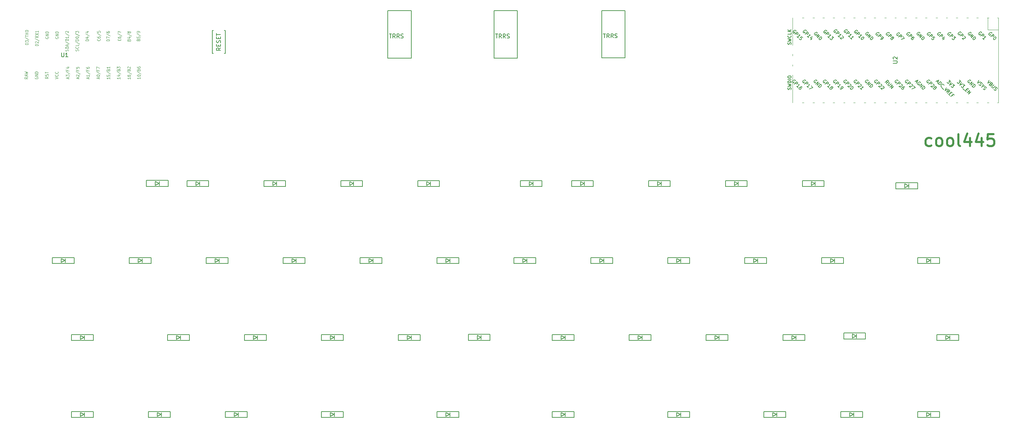
<source format=gto>
G04 #@! TF.GenerationSoftware,KiCad,Pcbnew,(5.1.6-0-10_14)*
G04 #@! TF.CreationDate,2022-07-23T13:37:28+09:00*
G04 #@! TF.ProjectId,cool445,636f6f6c-3434-4352-9e6b-696361645f70,rev?*
G04 #@! TF.SameCoordinates,Original*
G04 #@! TF.FileFunction,Legend,Top*
G04 #@! TF.FilePolarity,Positive*
%FSLAX46Y46*%
G04 Gerber Fmt 4.6, Leading zero omitted, Abs format (unit mm)*
G04 Created by KiCad (PCBNEW (5.1.6-0-10_14)) date 2022-07-23 13:37:28*
%MOMM*%
%LPD*%
G01*
G04 APERTURE LIST*
%ADD10C,0.500000*%
%ADD11C,0.150000*%
%ADD12C,0.120000*%
%ADD13C,0.125000*%
G04 APERTURE END LIST*
D10*
X238798571Y-594285D02*
X238512857Y-737142D01*
X237941428Y-737142D01*
X237655714Y-594285D01*
X237512857Y-451428D01*
X237370000Y-165714D01*
X237370000Y691428D01*
X237512857Y977142D01*
X237655714Y1120000D01*
X237941428Y1262857D01*
X238512857Y1262857D01*
X238798571Y1120000D01*
X240512857Y-737142D02*
X240227142Y-594285D01*
X240084285Y-451428D01*
X239941428Y-165714D01*
X239941428Y691428D01*
X240084285Y977142D01*
X240227142Y1120000D01*
X240512857Y1262857D01*
X240941428Y1262857D01*
X241227142Y1120000D01*
X241370000Y977142D01*
X241512857Y691428D01*
X241512857Y-165714D01*
X241370000Y-451428D01*
X241227142Y-594285D01*
X240941428Y-737142D01*
X240512857Y-737142D01*
X243227142Y-737142D02*
X242941428Y-594285D01*
X242798571Y-451428D01*
X242655714Y-165714D01*
X242655714Y691428D01*
X242798571Y977142D01*
X242941428Y1120000D01*
X243227142Y1262857D01*
X243655714Y1262857D01*
X243941428Y1120000D01*
X244084285Y977142D01*
X244227142Y691428D01*
X244227142Y-165714D01*
X244084285Y-451428D01*
X243941428Y-594285D01*
X243655714Y-737142D01*
X243227142Y-737142D01*
X245941428Y-737142D02*
X245655714Y-594285D01*
X245512857Y-308571D01*
X245512857Y2262857D01*
X248370000Y1262857D02*
X248370000Y-737142D01*
X247655714Y2405714D02*
X246941428Y262857D01*
X248798571Y262857D01*
X251227142Y1262857D02*
X251227142Y-737142D01*
X250512857Y2405714D02*
X249798571Y262857D01*
X251655714Y262857D01*
X254227142Y2262857D02*
X252798571Y2262857D01*
X252655714Y834285D01*
X252798571Y977142D01*
X253084285Y1120000D01*
X253798571Y1120000D01*
X254084285Y977142D01*
X254227142Y834285D01*
X254370000Y548571D01*
X254370000Y-165714D01*
X254227142Y-451428D01*
X254084285Y-594285D01*
X253798571Y-737142D01*
X253084285Y-737142D01*
X252798571Y-594285D01*
X252655714Y-451428D01*
D11*
X173513000Y-67900000D02*
X173513000Y-66400000D01*
X178913000Y-67900000D02*
X173513000Y-67900000D01*
X178913000Y-66400000D02*
X178913000Y-67900000D01*
X173513000Y-66400000D02*
X178913000Y-66400000D01*
X176713000Y-66650000D02*
X176713000Y-67650000D01*
X175713000Y-67650000D02*
X176613000Y-67150000D01*
X175713000Y-66650000D02*
X175713000Y-67650000D01*
X176613000Y-67150000D02*
X175713000Y-66650000D01*
X144938000Y-67900000D02*
X144938000Y-66400000D01*
X150338000Y-67900000D02*
X144938000Y-67900000D01*
X150338000Y-66400000D02*
X150338000Y-67900000D01*
X144938000Y-66400000D02*
X150338000Y-66400000D01*
X148138000Y-66650000D02*
X148138000Y-67650000D01*
X147138000Y-67650000D02*
X148038000Y-67150000D01*
X147138000Y-66650000D02*
X147138000Y-67650000D01*
X148038000Y-67150000D02*
X147138000Y-66650000D01*
X116363000Y-67900000D02*
X116363000Y-66400000D01*
X121763000Y-67900000D02*
X116363000Y-67900000D01*
X121763000Y-66400000D02*
X121763000Y-67900000D01*
X116363000Y-66400000D02*
X121763000Y-66400000D01*
X119563000Y-66650000D02*
X119563000Y-67650000D01*
X118563000Y-67650000D02*
X119463000Y-67150000D01*
X118563000Y-66650000D02*
X118563000Y-67650000D01*
X119463000Y-67150000D02*
X118563000Y-66650000D01*
X87788000Y-67900000D02*
X87788000Y-66400000D01*
X93188000Y-67900000D02*
X87788000Y-67900000D01*
X93188000Y-66400000D02*
X93188000Y-67900000D01*
X87788000Y-66400000D02*
X93188000Y-66400000D01*
X90988000Y-66650000D02*
X90988000Y-67650000D01*
X89988000Y-67650000D02*
X90888000Y-67150000D01*
X89988000Y-66650000D02*
X89988000Y-67650000D01*
X90888000Y-67150000D02*
X89988000Y-66650000D01*
X25875499Y-48850000D02*
X25875499Y-47350000D01*
X31275499Y-48850000D02*
X25875499Y-48850000D01*
X31275499Y-47350000D02*
X31275499Y-48850000D01*
X25875499Y-47350000D02*
X31275499Y-47350000D01*
X29075499Y-47600000D02*
X29075499Y-48600000D01*
X28075499Y-48600000D02*
X28975499Y-48100000D01*
X28075499Y-47600000D02*
X28075499Y-48600000D01*
X28975499Y-48100000D02*
X28075499Y-47600000D01*
X230030000Y-11310000D02*
X230030000Y-9810000D01*
X235430000Y-11310000D02*
X230030000Y-11310000D01*
X235430000Y-9810000D02*
X235430000Y-11310000D01*
X230030000Y-9810000D02*
X235430000Y-9810000D01*
X233230000Y-10060000D02*
X233230000Y-11060000D01*
X232230000Y-11060000D02*
X233130000Y-10560000D01*
X232230000Y-10060000D02*
X232230000Y-11060000D01*
X233130000Y-10560000D02*
X232230000Y-10060000D01*
X44400000Y-10690000D02*
X44400000Y-9190000D01*
X49800000Y-10690000D02*
X44400000Y-10690000D01*
X49800000Y-9190000D02*
X49800000Y-10690000D01*
X44400000Y-9190000D02*
X49800000Y-9190000D01*
X47600000Y-9440000D02*
X47600000Y-10440000D01*
X46600000Y-10440000D02*
X47500000Y-9940000D01*
X46600000Y-9440000D02*
X46600000Y-10440000D01*
X47500000Y-9940000D02*
X46600000Y-9440000D01*
X235425000Y-67900000D02*
X235425000Y-66400000D01*
X240825000Y-67900000D02*
X235425000Y-67900000D01*
X240825000Y-66400000D02*
X240825000Y-67900000D01*
X235425000Y-66400000D02*
X240825000Y-66400000D01*
X238625000Y-66650000D02*
X238625000Y-67650000D01*
X237625000Y-67650000D02*
X238525000Y-67150000D01*
X237625000Y-66650000D02*
X237625000Y-67650000D01*
X238525000Y-67150000D02*
X237625000Y-66650000D01*
X216375000Y-67900000D02*
X216375000Y-66400000D01*
X221775000Y-67900000D02*
X216375000Y-67900000D01*
X221775000Y-66400000D02*
X221775000Y-67900000D01*
X216375000Y-66400000D02*
X221775000Y-66400000D01*
X219575000Y-66650000D02*
X219575000Y-67650000D01*
X218575000Y-67650000D02*
X219475000Y-67150000D01*
X218575000Y-66650000D02*
X218575000Y-67650000D01*
X219475000Y-67150000D02*
X218575000Y-66650000D01*
X197325000Y-67900000D02*
X197325000Y-66400000D01*
X202725000Y-67900000D02*
X197325000Y-67900000D01*
X202725000Y-66400000D02*
X202725000Y-67900000D01*
X197325000Y-66400000D02*
X202725000Y-66400000D01*
X200525000Y-66650000D02*
X200525000Y-67650000D01*
X199525000Y-67650000D02*
X200425000Y-67150000D01*
X199525000Y-66650000D02*
X199525000Y-67650000D01*
X200425000Y-67150000D02*
X199525000Y-66650000D01*
X63975000Y-67900000D02*
X63975000Y-66400000D01*
X69375000Y-67900000D02*
X63975000Y-67900000D01*
X69375000Y-66400000D02*
X69375000Y-67900000D01*
X63975000Y-66400000D02*
X69375000Y-66400000D01*
X67175000Y-66650000D02*
X67175000Y-67650000D01*
X66175000Y-67650000D02*
X67075000Y-67150000D01*
X66175000Y-66650000D02*
X66175000Y-67650000D01*
X67075000Y-67150000D02*
X66175000Y-66650000D01*
X111600000Y-10750000D02*
X111600000Y-9250000D01*
X117000000Y-10750000D02*
X111600000Y-10750000D01*
X117000000Y-9250000D02*
X117000000Y-10750000D01*
X111600000Y-9250000D02*
X117000000Y-9250000D01*
X114800000Y-9500000D02*
X114800000Y-10500000D01*
X113800000Y-10500000D02*
X114700000Y-10000000D01*
X113800000Y-9500000D02*
X113800000Y-10500000D01*
X114700000Y-10000000D02*
X113800000Y-9500000D01*
X92550000Y-10750000D02*
X92550000Y-9250000D01*
X97950000Y-10750000D02*
X92550000Y-10750000D01*
X97950000Y-9250000D02*
X97950000Y-10750000D01*
X92550000Y-9250000D02*
X97950000Y-9250000D01*
X95750000Y-9500000D02*
X95750000Y-10500000D01*
X94750000Y-10500000D02*
X95650000Y-10000000D01*
X94750000Y-9500000D02*
X94750000Y-10500000D01*
X95650000Y-10000000D02*
X94750000Y-9500000D01*
X154462500Y-28300000D02*
X154462500Y-29800000D01*
X159862500Y-28300000D02*
X154462500Y-28300000D01*
X159862500Y-29800000D02*
X159862500Y-28300000D01*
X154462500Y-29800000D02*
X159862500Y-29800000D01*
X157662500Y-29550000D02*
X157662500Y-28550000D01*
X156662500Y-28550000D02*
X157562500Y-29050000D01*
X156662500Y-29550000D02*
X156662500Y-28550000D01*
X157562500Y-29050000D02*
X156662500Y-29550000D01*
X173512500Y-28300000D02*
X173512500Y-29800000D01*
X178912500Y-28300000D02*
X173512500Y-28300000D01*
X178912500Y-29800000D02*
X178912500Y-28300000D01*
X173512500Y-29800000D02*
X178912500Y-29800000D01*
X176712500Y-29550000D02*
X176712500Y-28550000D01*
X175712500Y-28550000D02*
X176612500Y-29050000D01*
X175712500Y-29550000D02*
X175712500Y-28550000D01*
X176612500Y-29050000D02*
X175712500Y-29550000D01*
X192562500Y-28300000D02*
X192562500Y-29800000D01*
X197962500Y-28300000D02*
X192562500Y-28300000D01*
X197962500Y-29800000D02*
X197962500Y-28300000D01*
X192562500Y-29800000D02*
X197962500Y-29800000D01*
X195762500Y-29550000D02*
X195762500Y-28550000D01*
X194762500Y-28550000D02*
X195662500Y-29050000D01*
X194762500Y-29550000D02*
X194762500Y-28550000D01*
X195662500Y-29050000D02*
X194762500Y-29550000D01*
X63940000Y22180000D02*
X63940000Y27880000D01*
X63940000Y27880000D02*
X63690000Y27880000D01*
X63940000Y22180000D02*
X63690000Y22180000D01*
X60740000Y22180000D02*
X60990000Y22180000D01*
X60740000Y22180000D02*
X60740000Y27880000D01*
X60740000Y27880000D02*
X60990000Y27880000D01*
D12*
X204400000Y19460000D02*
X204400000Y19060000D01*
X204400000Y22060000D02*
X204400000Y21660000D01*
X204400000Y10060000D02*
X204400000Y16860000D01*
X214800000Y10060000D02*
X214400000Y10060000D01*
X222500000Y10060000D02*
X222100000Y10060000D01*
X247900000Y10060000D02*
X247500000Y10060000D01*
X255400000Y10060000D02*
X255100000Y10060000D01*
X232600000Y10060000D02*
X232200000Y10060000D01*
X217400000Y10060000D02*
X217000000Y10060000D01*
X237700000Y10060000D02*
X237300000Y10060000D01*
X242800000Y10060000D02*
X242400000Y10060000D01*
X230100000Y10060000D02*
X229700000Y10060000D01*
X225000000Y10060000D02*
X224600000Y10060000D01*
X209800000Y10060000D02*
X209400000Y10060000D01*
X207200000Y10060000D02*
X206800000Y10060000D01*
X212300000Y10060000D02*
X211900000Y10060000D01*
X245300000Y10060000D02*
X244900000Y10060000D01*
X253000000Y10060000D02*
X252600000Y10060000D01*
X250400000Y10060000D02*
X250000000Y10060000D01*
X219900000Y10060000D02*
X219500000Y10060000D01*
X227600000Y10060000D02*
X227200000Y10060000D01*
X235200000Y10060000D02*
X234800000Y10060000D01*
X240300000Y10060000D02*
X239900000Y10060000D01*
X207200000Y31060000D02*
X206800000Y31060000D01*
X209800000Y31060000D02*
X209400000Y31060000D01*
X212300000Y31060000D02*
X211900000Y31060000D01*
X214800000Y31060000D02*
X214400000Y31060000D01*
X217400000Y31060000D02*
X217000000Y31060000D01*
X219900000Y31060000D02*
X219500000Y31060000D01*
X222500000Y31060000D02*
X222100000Y31060000D01*
X225000000Y31060000D02*
X224600000Y31060000D01*
X227600000Y31060000D02*
X227200000Y31060000D01*
X230100000Y31060000D02*
X229700000Y31060000D01*
X232600000Y31060000D02*
X232200000Y31060000D01*
X235200000Y31060000D02*
X234800000Y31060000D01*
X237700000Y31060000D02*
X237300000Y31060000D01*
X240300000Y31060000D02*
X239900000Y31060000D01*
X242800000Y31060000D02*
X242400000Y31060000D01*
X245300000Y31060000D02*
X244900000Y31060000D01*
X247900000Y31060000D02*
X247500000Y31060000D01*
X250400000Y31060000D02*
X250000000Y31060000D01*
X253000000Y31060000D02*
X252600000Y31060000D01*
X255400000Y31060000D02*
X255100000Y31060000D01*
X252733000Y28053000D02*
X255400000Y28053000D01*
X252733000Y31060000D02*
X252733000Y28053000D01*
X204400000Y24260000D02*
X204400000Y31060000D01*
X255400000Y31060000D02*
X255400000Y10060000D01*
D11*
X100412500Y-29050000D02*
X99512500Y-29550000D01*
X99512500Y-29550000D02*
X99512500Y-28550000D01*
X99512500Y-28550000D02*
X100412500Y-29050000D01*
X100512500Y-29550000D02*
X100512500Y-28550000D01*
X97312500Y-29800000D02*
X102712500Y-29800000D01*
X102712500Y-29800000D02*
X102712500Y-28300000D01*
X102712500Y-28300000D02*
X97312500Y-28300000D01*
X97312500Y-28300000D02*
X97312500Y-29800000D01*
X116362500Y-28300000D02*
X116362500Y-29800000D01*
X121762500Y-28300000D02*
X116362500Y-28300000D01*
X121762500Y-29800000D02*
X121762500Y-28300000D01*
X116362500Y-29800000D02*
X121762500Y-29800000D01*
X119562500Y-29550000D02*
X119562500Y-28550000D01*
X118562500Y-28550000D02*
X119462500Y-29050000D01*
X118562500Y-29550000D02*
X118562500Y-28550000D01*
X119462500Y-29050000D02*
X118562500Y-29550000D01*
X44925000Y-67900000D02*
X44925000Y-66400000D01*
X50325000Y-67900000D02*
X44925000Y-67900000D01*
X50325000Y-66400000D02*
X50325000Y-67900000D01*
X44925000Y-66400000D02*
X50325000Y-66400000D01*
X48125000Y-66650000D02*
X48125000Y-67650000D01*
X47125000Y-67650000D02*
X48025000Y-67150000D01*
X47125000Y-66650000D02*
X47125000Y-67650000D01*
X48025000Y-67150000D02*
X47125000Y-66650000D01*
X25875000Y-67900000D02*
X25875000Y-66400000D01*
X31275000Y-67900000D02*
X25875000Y-67900000D01*
X31275000Y-66400000D02*
X31275000Y-67900000D01*
X25875000Y-66400000D02*
X31275000Y-66400000D01*
X29075000Y-66650000D02*
X29075000Y-67650000D01*
X28075000Y-67650000D02*
X28975000Y-67150000D01*
X28075000Y-66650000D02*
X28075000Y-67650000D01*
X28975000Y-67150000D02*
X28075000Y-66650000D01*
X240187500Y-48850000D02*
X240187500Y-47350000D01*
X245587500Y-48850000D02*
X240187500Y-48850000D01*
X245587500Y-47350000D02*
X245587500Y-48850000D01*
X240187500Y-47350000D02*
X245587500Y-47350000D01*
X243387500Y-47600000D02*
X243387500Y-48600000D01*
X242387500Y-48600000D02*
X243287500Y-48100000D01*
X242387500Y-47600000D02*
X242387500Y-48600000D01*
X243287500Y-48100000D02*
X242387500Y-47600000D01*
X217080000Y-48480000D02*
X217080000Y-46980000D01*
X222480000Y-48480000D02*
X217080000Y-48480000D01*
X222480000Y-46980000D02*
X222480000Y-48480000D01*
X217080000Y-46980000D02*
X222480000Y-46980000D01*
X220280000Y-47230000D02*
X220280000Y-48230000D01*
X219280000Y-48230000D02*
X220180000Y-47730000D01*
X219280000Y-47230000D02*
X219280000Y-48230000D01*
X220180000Y-47730000D02*
X219280000Y-47230000D01*
X202087500Y-48850000D02*
X202087500Y-47350000D01*
X207487500Y-48850000D02*
X202087500Y-48850000D01*
X207487500Y-47350000D02*
X207487500Y-48850000D01*
X202087500Y-47350000D02*
X207487500Y-47350000D01*
X205287500Y-47600000D02*
X205287500Y-48600000D01*
X204287500Y-48600000D02*
X205187500Y-48100000D01*
X204287500Y-47600000D02*
X204287500Y-48600000D01*
X205187500Y-48100000D02*
X204287500Y-47600000D01*
X183037500Y-48850000D02*
X183037500Y-47350000D01*
X188437500Y-48850000D02*
X183037500Y-48850000D01*
X188437500Y-47350000D02*
X188437500Y-48850000D01*
X183037500Y-47350000D02*
X188437500Y-47350000D01*
X186237500Y-47600000D02*
X186237500Y-48600000D01*
X185237500Y-48600000D02*
X186137500Y-48100000D01*
X185237500Y-47600000D02*
X185237500Y-48600000D01*
X186137500Y-48100000D02*
X185237500Y-47600000D01*
X163987500Y-48850000D02*
X163987500Y-47350000D01*
X169387500Y-48850000D02*
X163987500Y-48850000D01*
X169387500Y-47350000D02*
X169387500Y-48850000D01*
X163987500Y-47350000D02*
X169387500Y-47350000D01*
X167187500Y-47600000D02*
X167187500Y-48600000D01*
X166187500Y-48600000D02*
X167087500Y-48100000D01*
X166187500Y-47600000D02*
X166187500Y-48600000D01*
X167087500Y-48100000D02*
X166187500Y-47600000D01*
X144937500Y-48850000D02*
X144937500Y-47350000D01*
X150337500Y-48850000D02*
X144937500Y-48850000D01*
X150337500Y-47350000D02*
X150337500Y-48850000D01*
X144937500Y-47350000D02*
X150337500Y-47350000D01*
X148137500Y-47600000D02*
X148137500Y-48600000D01*
X147137500Y-48600000D02*
X148037500Y-48100000D01*
X147137500Y-47600000D02*
X147137500Y-48600000D01*
X148037500Y-48100000D02*
X147137500Y-47600000D01*
X124120000Y-48830000D02*
X124120000Y-47330000D01*
X129520000Y-48830000D02*
X124120000Y-48830000D01*
X129520000Y-47330000D02*
X129520000Y-48830000D01*
X124120000Y-47330000D02*
X129520000Y-47330000D01*
X127320000Y-47580000D02*
X127320000Y-48580000D01*
X126320000Y-48580000D02*
X127220000Y-48080000D01*
X126320000Y-47580000D02*
X126320000Y-48580000D01*
X127220000Y-48080000D02*
X126320000Y-47580000D01*
X106837500Y-48850000D02*
X106837500Y-47350000D01*
X112237500Y-48850000D02*
X106837500Y-48850000D01*
X112237500Y-47350000D02*
X112237500Y-48850000D01*
X106837500Y-47350000D02*
X112237500Y-47350000D01*
X110037500Y-47600000D02*
X110037500Y-48600000D01*
X109037500Y-48600000D02*
X109937500Y-48100000D01*
X109037500Y-47600000D02*
X109037500Y-48600000D01*
X109937500Y-48100000D02*
X109037500Y-47600000D01*
X87787500Y-48850000D02*
X87787500Y-47350000D01*
X93187500Y-48850000D02*
X87787500Y-48850000D01*
X93187500Y-47350000D02*
X93187500Y-48850000D01*
X87787500Y-47350000D02*
X93187500Y-47350000D01*
X90987500Y-47600000D02*
X90987500Y-48600000D01*
X89987500Y-48600000D02*
X90887500Y-48100000D01*
X89987500Y-47600000D02*
X89987500Y-48600000D01*
X90887500Y-48100000D02*
X89987500Y-47600000D01*
X68737500Y-48850000D02*
X68737500Y-47350000D01*
X74137500Y-48850000D02*
X68737500Y-48850000D01*
X74137500Y-47350000D02*
X74137500Y-48850000D01*
X68737500Y-47350000D02*
X74137500Y-47350000D01*
X71937500Y-47600000D02*
X71937500Y-48600000D01*
X70937500Y-48600000D02*
X71837500Y-48100000D01*
X70937500Y-47600000D02*
X70937500Y-48600000D01*
X71837500Y-48100000D02*
X70937500Y-47600000D01*
X49687500Y-48850000D02*
X49687500Y-47350000D01*
X55087500Y-48850000D02*
X49687500Y-48850000D01*
X55087500Y-47350000D02*
X55087500Y-48850000D01*
X49687500Y-47350000D02*
X55087500Y-47350000D01*
X52887500Y-47600000D02*
X52887500Y-48600000D01*
X51887500Y-48600000D02*
X52787500Y-48100000D01*
X51887500Y-47600000D02*
X51887500Y-48600000D01*
X52787500Y-48100000D02*
X51887500Y-47600000D01*
X206850000Y-10750000D02*
X206850000Y-9250000D01*
X212250000Y-10750000D02*
X206850000Y-10750000D01*
X212250000Y-9250000D02*
X212250000Y-10750000D01*
X206850000Y-9250000D02*
X212250000Y-9250000D01*
X210050000Y-9500000D02*
X210050000Y-10500000D01*
X209050000Y-10500000D02*
X209950000Y-10000000D01*
X209050000Y-9500000D02*
X209050000Y-10500000D01*
X209950000Y-10000000D02*
X209050000Y-9500000D01*
X187800000Y-10750000D02*
X187800000Y-9250000D01*
X193200000Y-10750000D02*
X187800000Y-10750000D01*
X193200000Y-9250000D02*
X193200000Y-10750000D01*
X187800000Y-9250000D02*
X193200000Y-9250000D01*
X191000000Y-9500000D02*
X191000000Y-10500000D01*
X190000000Y-10500000D02*
X190900000Y-10000000D01*
X190000000Y-9500000D02*
X190000000Y-10500000D01*
X190900000Y-10000000D02*
X190000000Y-9500000D01*
X168750000Y-10750000D02*
X168750000Y-9250000D01*
X174150000Y-10750000D02*
X168750000Y-10750000D01*
X174150000Y-9250000D02*
X174150000Y-10750000D01*
X168750000Y-9250000D02*
X174150000Y-9250000D01*
X171950000Y-9500000D02*
X171950000Y-10500000D01*
X170950000Y-10500000D02*
X171850000Y-10000000D01*
X170950000Y-9500000D02*
X170950000Y-10500000D01*
X171850000Y-10000000D02*
X170950000Y-9500000D01*
X149700000Y-10750000D02*
X149700000Y-9250000D01*
X155100000Y-10750000D02*
X149700000Y-10750000D01*
X155100000Y-9250000D02*
X155100000Y-10750000D01*
X149700000Y-9250000D02*
X155100000Y-9250000D01*
X152900000Y-9500000D02*
X152900000Y-10500000D01*
X151900000Y-10500000D02*
X152800000Y-10000000D01*
X151900000Y-9500000D02*
X151900000Y-10500000D01*
X152800000Y-10000000D02*
X151900000Y-9500000D01*
X137000000Y-10750000D02*
X137000000Y-9250000D01*
X142400000Y-10750000D02*
X137000000Y-10750000D01*
X142400000Y-9250000D02*
X142400000Y-10750000D01*
X137000000Y-9250000D02*
X142400000Y-9250000D01*
X140200000Y-9500000D02*
X140200000Y-10500000D01*
X139200000Y-10500000D02*
X140100000Y-10000000D01*
X139200000Y-9500000D02*
X139200000Y-10500000D01*
X140100000Y-10000000D02*
X139200000Y-9500000D01*
X235425500Y-28300000D02*
X235425500Y-29800000D01*
X240825500Y-28300000D02*
X235425500Y-28300000D01*
X240825500Y-29800000D02*
X240825500Y-28300000D01*
X235425500Y-29800000D02*
X240825500Y-29800000D01*
X238625500Y-29550000D02*
X238625500Y-28550000D01*
X237625500Y-28550000D02*
X238525500Y-29050000D01*
X237625500Y-29550000D02*
X237625500Y-28550000D01*
X238525500Y-29050000D02*
X237625500Y-29550000D01*
X73500000Y-10750000D02*
X73500000Y-9250000D01*
X78900000Y-10750000D02*
X73500000Y-10750000D01*
X78900000Y-9250000D02*
X78900000Y-10750000D01*
X73500000Y-9250000D02*
X78900000Y-9250000D01*
X76700000Y-9500000D02*
X76700000Y-10500000D01*
X75700000Y-10500000D02*
X76600000Y-10000000D01*
X75700000Y-9500000D02*
X75700000Y-10500000D01*
X76600000Y-10000000D02*
X75700000Y-9500000D01*
X54450000Y-10750000D02*
X54450000Y-9250000D01*
X59850000Y-10750000D02*
X54450000Y-10750000D01*
X59850000Y-9250000D02*
X59850000Y-10750000D01*
X54450000Y-9250000D02*
X59850000Y-9250000D01*
X57650000Y-9500000D02*
X57650000Y-10500000D01*
X56650000Y-10500000D02*
X57550000Y-10000000D01*
X56650000Y-9500000D02*
X56650000Y-10500000D01*
X57550000Y-10000000D02*
X56650000Y-9500000D01*
X24212500Y-29050000D02*
X23312500Y-29550000D01*
X23312500Y-29550000D02*
X23312500Y-28550000D01*
X23312500Y-28550000D02*
X24212500Y-29050000D01*
X24312500Y-29550000D02*
X24312500Y-28550000D01*
X21112500Y-29800000D02*
X26512500Y-29800000D01*
X26512500Y-29800000D02*
X26512500Y-28300000D01*
X26512500Y-28300000D02*
X21112500Y-28300000D01*
X21112500Y-28300000D02*
X21112500Y-29800000D01*
X43262500Y-29050000D02*
X42362500Y-29550000D01*
X42362500Y-29550000D02*
X42362500Y-28550000D01*
X42362500Y-28550000D02*
X43262500Y-29050000D01*
X43362500Y-29550000D02*
X43362500Y-28550000D01*
X40162500Y-29800000D02*
X45562500Y-29800000D01*
X45562500Y-29800000D02*
X45562500Y-28300000D01*
X45562500Y-28300000D02*
X40162500Y-28300000D01*
X40162500Y-28300000D02*
X40162500Y-29800000D01*
X62312500Y-29050000D02*
X61412500Y-29550000D01*
X61412500Y-29550000D02*
X61412500Y-28550000D01*
X61412500Y-28550000D02*
X62312500Y-29050000D01*
X62412500Y-29550000D02*
X62412500Y-28550000D01*
X59212500Y-29800000D02*
X64612500Y-29800000D01*
X64612500Y-29800000D02*
X64612500Y-28300000D01*
X64612500Y-28300000D02*
X59212500Y-28300000D01*
X59212500Y-28300000D02*
X59212500Y-29800000D01*
X81362500Y-29050000D02*
X80462500Y-29550000D01*
X80462500Y-29550000D02*
X80462500Y-28550000D01*
X80462500Y-28550000D02*
X81362500Y-29050000D01*
X81462500Y-29550000D02*
X81462500Y-28550000D01*
X78262500Y-29800000D02*
X83662500Y-29800000D01*
X83662500Y-29800000D02*
X83662500Y-28300000D01*
X83662500Y-28300000D02*
X78262500Y-28300000D01*
X78262500Y-28300000D02*
X78262500Y-29800000D01*
X135412500Y-28300000D02*
X135412500Y-29800000D01*
X140812500Y-28300000D02*
X135412500Y-28300000D01*
X140812500Y-29800000D02*
X140812500Y-28300000D01*
X135412500Y-29800000D02*
X140812500Y-29800000D01*
X138612500Y-29550000D02*
X138612500Y-28550000D01*
X137612500Y-28550000D02*
X138512500Y-29050000D01*
X137612500Y-29550000D02*
X137612500Y-28550000D01*
X138512500Y-29050000D02*
X137612500Y-29550000D01*
X211612500Y-28300000D02*
X211612500Y-29800000D01*
X217012500Y-28300000D02*
X211612500Y-28300000D01*
X217012500Y-29800000D02*
X217012500Y-28300000D01*
X211612500Y-29800000D02*
X217012500Y-29800000D01*
X214812500Y-29550000D02*
X214812500Y-28550000D01*
X213812500Y-28550000D02*
X214712500Y-29050000D01*
X213812500Y-29550000D02*
X213812500Y-28550000D01*
X214712500Y-29050000D02*
X213812500Y-29550000D01*
X130470000Y32760000D02*
X136270000Y32760000D01*
X136270000Y32760000D02*
X136270000Y21010000D01*
X136270000Y21010000D02*
X130470000Y21010000D01*
X130470000Y21010000D02*
X130470000Y32760000D01*
X104190000Y32760000D02*
X109990000Y32760000D01*
X109990000Y32760000D02*
X109990000Y21010000D01*
X109990000Y21010000D02*
X104190000Y21010000D01*
X104190000Y21010000D02*
X104190000Y32760000D01*
X157170000Y21070000D02*
X157170000Y32820000D01*
X162970000Y21070000D02*
X157170000Y21070000D01*
X162970000Y32820000D02*
X162970000Y21070000D01*
X157170000Y32820000D02*
X162970000Y32820000D01*
X62792380Y23577619D02*
X62316190Y23244285D01*
X62792380Y23006190D02*
X61792380Y23006190D01*
X61792380Y23387142D01*
X61840000Y23482380D01*
X61887619Y23530000D01*
X61982857Y23577619D01*
X62125714Y23577619D01*
X62220952Y23530000D01*
X62268571Y23482380D01*
X62316190Y23387142D01*
X62316190Y23006190D01*
X62268571Y24006190D02*
X62268571Y24339523D01*
X62792380Y24482380D02*
X62792380Y24006190D01*
X61792380Y24006190D01*
X61792380Y24482380D01*
X62744761Y24863333D02*
X62792380Y25006190D01*
X62792380Y25244285D01*
X62744761Y25339523D01*
X62697142Y25387142D01*
X62601904Y25434761D01*
X62506666Y25434761D01*
X62411428Y25387142D01*
X62363809Y25339523D01*
X62316190Y25244285D01*
X62268571Y25053809D01*
X62220952Y24958571D01*
X62173333Y24910952D01*
X62078095Y24863333D01*
X61982857Y24863333D01*
X61887619Y24910952D01*
X61840000Y24958571D01*
X61792380Y25053809D01*
X61792380Y25291904D01*
X61840000Y25434761D01*
X62268571Y25863333D02*
X62268571Y26196666D01*
X62792380Y26339523D02*
X62792380Y25863333D01*
X61792380Y25863333D01*
X61792380Y26339523D01*
X61792380Y26625238D02*
X61792380Y27196666D01*
X62792380Y26910952D02*
X61792380Y26910952D01*
X229352380Y19798095D02*
X230161904Y19798095D01*
X230257142Y19845714D01*
X230304761Y19893333D01*
X230352380Y19988571D01*
X230352380Y20179047D01*
X230304761Y20274285D01*
X230257142Y20321904D01*
X230161904Y20369523D01*
X229352380Y20369523D01*
X229447619Y20798095D02*
X229400000Y20845714D01*
X229352380Y20940952D01*
X229352380Y21179047D01*
X229400000Y21274285D01*
X229447619Y21321904D01*
X229542857Y21369523D01*
X229638095Y21369523D01*
X229780952Y21321904D01*
X230352380Y20750476D01*
X230352380Y21369523D01*
X251258781Y27296903D02*
X251231844Y27377715D01*
X251151032Y27458528D01*
X251043282Y27512402D01*
X250935532Y27512402D01*
X250854720Y27485465D01*
X250720033Y27404653D01*
X250639221Y27323841D01*
X250558409Y27189154D01*
X250531471Y27108341D01*
X250531471Y27000592D01*
X250585346Y26892842D01*
X250639221Y26838967D01*
X250746971Y26785093D01*
X250800845Y26785093D01*
X250989407Y26973654D01*
X250881658Y27081404D01*
X250989407Y26488781D02*
X251555093Y27054467D01*
X251770592Y26838967D01*
X251797529Y26758155D01*
X251797529Y26704280D01*
X251770592Y26623468D01*
X251689780Y26542656D01*
X251608967Y26515719D01*
X251555093Y26515719D01*
X251474280Y26542656D01*
X251258781Y26758155D01*
X251851404Y25626784D02*
X251528155Y25950033D01*
X251689780Y25788409D02*
X252255465Y26354094D01*
X252120778Y26327157D01*
X252013028Y26327157D01*
X251932216Y26354094D01*
X246168781Y27296903D02*
X246141844Y27377715D01*
X246061032Y27458528D01*
X245953282Y27512402D01*
X245845532Y27512402D01*
X245764720Y27485465D01*
X245630033Y27404653D01*
X245549221Y27323841D01*
X245468409Y27189154D01*
X245441471Y27108341D01*
X245441471Y27000592D01*
X245495346Y26892842D01*
X245549221Y26838967D01*
X245656971Y26785093D01*
X245710845Y26785093D01*
X245899407Y26973654D01*
X245791658Y27081404D01*
X245899407Y26488781D02*
X246465093Y27054467D01*
X246680592Y26838967D01*
X246707529Y26758155D01*
X246707529Y26704280D01*
X246680592Y26623468D01*
X246599780Y26542656D01*
X246518967Y26515719D01*
X246465093Y26515719D01*
X246384280Y26542656D01*
X246168781Y26758155D01*
X246949966Y26461844D02*
X247003841Y26461844D01*
X247084653Y26434906D01*
X247219340Y26300219D01*
X247246277Y26219407D01*
X247246277Y26165532D01*
X247219340Y26084720D01*
X247165465Y26030845D01*
X247057715Y25976971D01*
X246411218Y25976971D01*
X246761404Y25626784D01*
X253788781Y27196903D02*
X253761844Y27277715D01*
X253681032Y27358528D01*
X253573282Y27412402D01*
X253465532Y27412402D01*
X253384720Y27385465D01*
X253250033Y27304653D01*
X253169221Y27223841D01*
X253088409Y27089154D01*
X253061471Y27008341D01*
X253061471Y26900592D01*
X253115346Y26792842D01*
X253169221Y26738967D01*
X253276971Y26685093D01*
X253330845Y26685093D01*
X253519407Y26873654D01*
X253411658Y26981404D01*
X253519407Y26388781D02*
X254085093Y26954467D01*
X254300592Y26738967D01*
X254327529Y26658155D01*
X254327529Y26604280D01*
X254300592Y26523468D01*
X254219780Y26442656D01*
X254138967Y26415719D01*
X254085093Y26415719D01*
X254004280Y26442656D01*
X253788781Y26658155D01*
X254758528Y26281032D02*
X254812402Y26227157D01*
X254839340Y26146345D01*
X254839340Y26092470D01*
X254812402Y26011658D01*
X254731590Y25876971D01*
X254596903Y25742284D01*
X254462216Y25661471D01*
X254381404Y25634534D01*
X254327529Y25634534D01*
X254246717Y25661471D01*
X254192842Y25715346D01*
X254165905Y25796158D01*
X254165905Y25850033D01*
X254192842Y25930845D01*
X254273654Y26065532D01*
X254408341Y26200219D01*
X254543028Y26281032D01*
X254623841Y26307969D01*
X254677715Y26307969D01*
X254758528Y26281032D01*
X243628781Y27196903D02*
X243601844Y27277715D01*
X243521032Y27358528D01*
X243413282Y27412402D01*
X243305532Y27412402D01*
X243224720Y27385465D01*
X243090033Y27304653D01*
X243009221Y27223841D01*
X242928409Y27089154D01*
X242901471Y27008341D01*
X242901471Y26900592D01*
X242955346Y26792842D01*
X243009221Y26738967D01*
X243116971Y26685093D01*
X243170845Y26685093D01*
X243359407Y26873654D01*
X243251658Y26981404D01*
X243359407Y26388781D02*
X243925093Y26954467D01*
X244140592Y26738967D01*
X244167529Y26658155D01*
X244167529Y26604280D01*
X244140592Y26523468D01*
X244059780Y26442656D01*
X243978967Y26415719D01*
X243925093Y26415719D01*
X243844280Y26442656D01*
X243628781Y26658155D01*
X244436903Y26442656D02*
X244787089Y26092470D01*
X244383028Y26065532D01*
X244463841Y25984720D01*
X244490778Y25903908D01*
X244490778Y25850033D01*
X244463841Y25769221D01*
X244329154Y25634534D01*
X244248341Y25607597D01*
X244194467Y25607597D01*
X244113654Y25634534D01*
X243952030Y25796158D01*
X243925093Y25876971D01*
X243925093Y25930845D01*
X241088781Y27196903D02*
X241061844Y27277715D01*
X240981032Y27358528D01*
X240873282Y27412402D01*
X240765532Y27412402D01*
X240684720Y27385465D01*
X240550033Y27304653D01*
X240469221Y27223841D01*
X240388409Y27089154D01*
X240361471Y27008341D01*
X240361471Y26900592D01*
X240415346Y26792842D01*
X240469221Y26738967D01*
X240576971Y26685093D01*
X240630845Y26685093D01*
X240819407Y26873654D01*
X240711658Y26981404D01*
X240819407Y26388781D02*
X241385093Y26954467D01*
X241600592Y26738967D01*
X241627529Y26658155D01*
X241627529Y26604280D01*
X241600592Y26523468D01*
X241519780Y26442656D01*
X241438967Y26415719D01*
X241385093Y26415719D01*
X241304280Y26442656D01*
X241088781Y26658155D01*
X242004653Y25957783D02*
X241627529Y25580659D01*
X242085465Y26307969D02*
X241546717Y26038595D01*
X241896903Y25688409D01*
X238548781Y27196903D02*
X238521844Y27277715D01*
X238441032Y27358528D01*
X238333282Y27412402D01*
X238225532Y27412402D01*
X238144720Y27385465D01*
X238010033Y27304653D01*
X237929221Y27223841D01*
X237848409Y27089154D01*
X237821471Y27008341D01*
X237821471Y26900592D01*
X237875346Y26792842D01*
X237929221Y26738967D01*
X238036971Y26685093D01*
X238090845Y26685093D01*
X238279407Y26873654D01*
X238171658Y26981404D01*
X238279407Y26388781D02*
X238845093Y26954467D01*
X239060592Y26738967D01*
X239087529Y26658155D01*
X239087529Y26604280D01*
X239060592Y26523468D01*
X238979780Y26442656D01*
X238898967Y26415719D01*
X238845093Y26415719D01*
X238764280Y26442656D01*
X238548781Y26658155D01*
X239680152Y26119407D02*
X239410778Y26388781D01*
X239114467Y26146345D01*
X239168341Y26146345D01*
X239249154Y26119407D01*
X239383841Y25984720D01*
X239410778Y25903908D01*
X239410778Y25850033D01*
X239383841Y25769221D01*
X239249154Y25634534D01*
X239168341Y25607597D01*
X239114467Y25607597D01*
X239033654Y25634534D01*
X238898967Y25769221D01*
X238872030Y25850033D01*
X238872030Y25903908D01*
X233468781Y27196903D02*
X233441844Y27277715D01*
X233361032Y27358528D01*
X233253282Y27412402D01*
X233145532Y27412402D01*
X233064720Y27385465D01*
X232930033Y27304653D01*
X232849221Y27223841D01*
X232768409Y27089154D01*
X232741471Y27008341D01*
X232741471Y26900592D01*
X232795346Y26792842D01*
X232849221Y26738967D01*
X232956971Y26685093D01*
X233010845Y26685093D01*
X233199407Y26873654D01*
X233091658Y26981404D01*
X233199407Y26388781D02*
X233765093Y26954467D01*
X233980592Y26738967D01*
X234007529Y26658155D01*
X234007529Y26604280D01*
X233980592Y26523468D01*
X233899780Y26442656D01*
X233818967Y26415719D01*
X233765093Y26415719D01*
X233684280Y26442656D01*
X233468781Y26658155D01*
X234573215Y26146345D02*
X234465465Y26254094D01*
X234384653Y26281032D01*
X234330778Y26281032D01*
X234196091Y26254094D01*
X234061404Y26173282D01*
X233845905Y25957783D01*
X233818967Y25876971D01*
X233818967Y25823096D01*
X233845905Y25742284D01*
X233953654Y25634534D01*
X234034467Y25607597D01*
X234088341Y25607597D01*
X234169154Y25634534D01*
X234303841Y25769221D01*
X234330778Y25850033D01*
X234330778Y25903908D01*
X234303841Y25984720D01*
X234196091Y26092470D01*
X234115279Y26119407D01*
X234061404Y26119407D01*
X233980592Y26092470D01*
X230958781Y27096903D02*
X230931844Y27177715D01*
X230851032Y27258528D01*
X230743282Y27312402D01*
X230635532Y27312402D01*
X230554720Y27285465D01*
X230420033Y27204653D01*
X230339221Y27123841D01*
X230258409Y26989154D01*
X230231471Y26908341D01*
X230231471Y26800592D01*
X230285346Y26692842D01*
X230339221Y26638967D01*
X230446971Y26585093D01*
X230500845Y26585093D01*
X230689407Y26773654D01*
X230581658Y26881404D01*
X230689407Y26288781D02*
X231255093Y26854467D01*
X231470592Y26638967D01*
X231497529Y26558155D01*
X231497529Y26504280D01*
X231470592Y26423468D01*
X231389780Y26342656D01*
X231308967Y26315719D01*
X231255093Y26315719D01*
X231174280Y26342656D01*
X230958781Y26558155D01*
X231766903Y26342656D02*
X232144027Y25965532D01*
X231335905Y25642284D01*
X228388781Y27196903D02*
X228361844Y27277715D01*
X228281032Y27358528D01*
X228173282Y27412402D01*
X228065532Y27412402D01*
X227984720Y27385465D01*
X227850033Y27304653D01*
X227769221Y27223841D01*
X227688409Y27089154D01*
X227661471Y27008341D01*
X227661471Y26900592D01*
X227715346Y26792842D01*
X227769221Y26738967D01*
X227876971Y26685093D01*
X227930845Y26685093D01*
X228119407Y26873654D01*
X228011658Y26981404D01*
X228119407Y26388781D02*
X228685093Y26954467D01*
X228900592Y26738967D01*
X228927529Y26658155D01*
X228927529Y26604280D01*
X228900592Y26523468D01*
X228819780Y26442656D01*
X228738967Y26415719D01*
X228685093Y26415719D01*
X228604280Y26442656D01*
X228388781Y26658155D01*
X229089154Y26065532D02*
X229062216Y26146345D01*
X229062216Y26200219D01*
X229089154Y26281032D01*
X229116091Y26307969D01*
X229196903Y26334906D01*
X229250778Y26334906D01*
X229331590Y26307969D01*
X229439340Y26200219D01*
X229466277Y26119407D01*
X229466277Y26065532D01*
X229439340Y25984720D01*
X229412402Y25957783D01*
X229331590Y25930845D01*
X229277715Y25930845D01*
X229196903Y25957783D01*
X229089154Y26065532D01*
X229008341Y26092470D01*
X228954467Y26092470D01*
X228873654Y26065532D01*
X228765905Y25957783D01*
X228738967Y25876971D01*
X228738967Y25823096D01*
X228765905Y25742284D01*
X228873654Y25634534D01*
X228954467Y25607597D01*
X229008341Y25607597D01*
X229089154Y25634534D01*
X229196903Y25742284D01*
X229223841Y25823096D01*
X229223841Y25876971D01*
X229196903Y25957783D01*
X225848781Y27196903D02*
X225821844Y27277715D01*
X225741032Y27358528D01*
X225633282Y27412402D01*
X225525532Y27412402D01*
X225444720Y27385465D01*
X225310033Y27304653D01*
X225229221Y27223841D01*
X225148409Y27089154D01*
X225121471Y27008341D01*
X225121471Y26900592D01*
X225175346Y26792842D01*
X225229221Y26738967D01*
X225336971Y26685093D01*
X225390845Y26685093D01*
X225579407Y26873654D01*
X225471658Y26981404D01*
X225579407Y26388781D02*
X226145093Y26954467D01*
X226360592Y26738967D01*
X226387529Y26658155D01*
X226387529Y26604280D01*
X226360592Y26523468D01*
X226279780Y26442656D01*
X226198967Y26415719D01*
X226145093Y26415719D01*
X226064280Y26442656D01*
X225848781Y26658155D01*
X226172030Y25796158D02*
X226279780Y25688409D01*
X226360592Y25661471D01*
X226414467Y25661471D01*
X226549154Y25688409D01*
X226683841Y25769221D01*
X226899340Y25984720D01*
X226926277Y26065532D01*
X226926277Y26119407D01*
X226899340Y26200219D01*
X226791590Y26307969D01*
X226710778Y26334906D01*
X226656903Y26334906D01*
X226576091Y26307969D01*
X226441404Y26173282D01*
X226414467Y26092470D01*
X226414467Y26038595D01*
X226441404Y25957783D01*
X226549154Y25850033D01*
X226629966Y25823096D01*
X226683841Y25823096D01*
X226764653Y25850033D01*
X220499407Y27720277D02*
X220472470Y27801089D01*
X220391658Y27881902D01*
X220283908Y27935776D01*
X220176158Y27935776D01*
X220095346Y27908839D01*
X219960659Y27828027D01*
X219879847Y27747215D01*
X219799035Y27612528D01*
X219772097Y27531715D01*
X219772097Y27423966D01*
X219825972Y27316216D01*
X219879847Y27262341D01*
X219987597Y27208467D01*
X220041471Y27208467D01*
X220230033Y27397028D01*
X220122284Y27504778D01*
X220230033Y26912155D02*
X220795719Y27477841D01*
X221011218Y27262341D01*
X221038155Y27181529D01*
X221038155Y27127654D01*
X221011218Y27046842D01*
X220930406Y26966030D01*
X220849593Y26939093D01*
X220795719Y26939093D01*
X220714906Y26966030D01*
X220499407Y27181529D01*
X221092030Y26050158D02*
X220768781Y26373407D01*
X220930406Y26211783D02*
X221496091Y26777468D01*
X221361404Y26750531D01*
X221253654Y26750531D01*
X221172842Y26777468D01*
X222007902Y26265658D02*
X222061776Y26211783D01*
X222088714Y26130971D01*
X222088714Y26077096D01*
X222061776Y25996284D01*
X221980964Y25861597D01*
X221846277Y25726910D01*
X221711590Y25646097D01*
X221630778Y25619160D01*
X221576903Y25619160D01*
X221496091Y25646097D01*
X221442216Y25699972D01*
X221415279Y25780784D01*
X221415279Y25834659D01*
X221442216Y25915471D01*
X221523028Y26050158D01*
X221657715Y26184845D01*
X221792402Y26265658D01*
X221873215Y26292595D01*
X221927089Y26292595D01*
X222007902Y26265658D01*
X217959407Y27866277D02*
X217932470Y27947089D01*
X217851658Y28027902D01*
X217743908Y28081776D01*
X217636158Y28081776D01*
X217555346Y28054839D01*
X217420659Y27974027D01*
X217339847Y27893215D01*
X217259035Y27758528D01*
X217232097Y27677715D01*
X217232097Y27569966D01*
X217285972Y27462216D01*
X217339847Y27408341D01*
X217447597Y27354467D01*
X217501471Y27354467D01*
X217690033Y27543028D01*
X217582284Y27650778D01*
X217690033Y27058155D02*
X218255719Y27623841D01*
X218471218Y27408341D01*
X218498155Y27327529D01*
X218498155Y27273654D01*
X218471218Y27192842D01*
X218390406Y27112030D01*
X218309593Y27085093D01*
X218255719Y27085093D01*
X218174906Y27112030D01*
X217959407Y27327529D01*
X218552030Y26196158D02*
X218228781Y26519407D01*
X218390406Y26357783D02*
X218956091Y26923468D01*
X218821404Y26896531D01*
X218713654Y26896531D01*
X218632842Y26923468D01*
X219090778Y25657410D02*
X218767529Y25980659D01*
X218929154Y25819035D02*
X219494839Y26384720D01*
X219360152Y26357783D01*
X219252402Y26357783D01*
X219171590Y26384720D01*
X215419407Y27866277D02*
X215392470Y27947089D01*
X215311658Y28027902D01*
X215203908Y28081776D01*
X215096158Y28081776D01*
X215015346Y28054839D01*
X214880659Y27974027D01*
X214799847Y27893215D01*
X214719035Y27758528D01*
X214692097Y27677715D01*
X214692097Y27569966D01*
X214745972Y27462216D01*
X214799847Y27408341D01*
X214907597Y27354467D01*
X214961471Y27354467D01*
X215150033Y27543028D01*
X215042284Y27650778D01*
X215150033Y27058155D02*
X215715719Y27623841D01*
X215931218Y27408341D01*
X215958155Y27327529D01*
X215958155Y27273654D01*
X215931218Y27192842D01*
X215850406Y27112030D01*
X215769593Y27085093D01*
X215715719Y27085093D01*
X215634906Y27112030D01*
X215419407Y27327529D01*
X216012030Y26196158D02*
X215688781Y26519407D01*
X215850406Y26357783D02*
X216416091Y26923468D01*
X216281404Y26896531D01*
X216173654Y26896531D01*
X216092842Y26923468D01*
X216739340Y26492470D02*
X216793215Y26492470D01*
X216874027Y26465532D01*
X217008714Y26330845D01*
X217035651Y26250033D01*
X217035651Y26196158D01*
X217008714Y26115346D01*
X216954839Y26061471D01*
X216847089Y26007597D01*
X216200592Y26007597D01*
X216550778Y25657410D01*
X212879407Y27720277D02*
X212852470Y27801089D01*
X212771658Y27881902D01*
X212663908Y27935776D01*
X212556158Y27935776D01*
X212475346Y27908839D01*
X212340659Y27828027D01*
X212259847Y27747215D01*
X212179035Y27612528D01*
X212152097Y27531715D01*
X212152097Y27423966D01*
X212205972Y27316216D01*
X212259847Y27262341D01*
X212367597Y27208467D01*
X212421471Y27208467D01*
X212610033Y27397028D01*
X212502284Y27504778D01*
X212610033Y26912155D02*
X213175719Y27477841D01*
X213391218Y27262341D01*
X213418155Y27181529D01*
X213418155Y27127654D01*
X213391218Y27046842D01*
X213310406Y26966030D01*
X213229593Y26939093D01*
X213175719Y26939093D01*
X213094906Y26966030D01*
X212879407Y27181529D01*
X213472030Y26050158D02*
X213148781Y26373407D01*
X213310406Y26211783D02*
X213876091Y26777468D01*
X213741404Y26750531D01*
X213633654Y26750531D01*
X213552842Y26777468D01*
X214226277Y26427282D02*
X214576463Y26077096D01*
X214172402Y26050158D01*
X214253215Y25969346D01*
X214280152Y25888534D01*
X214280152Y25834659D01*
X214253215Y25753847D01*
X214118528Y25619160D01*
X214037715Y25592223D01*
X213983841Y25592223D01*
X213903028Y25619160D01*
X213741404Y25780784D01*
X213714467Y25861597D01*
X213714467Y25915471D01*
X207799407Y27766277D02*
X207772470Y27847089D01*
X207691658Y27927902D01*
X207583908Y27981776D01*
X207476158Y27981776D01*
X207395346Y27954839D01*
X207260659Y27874027D01*
X207179847Y27793215D01*
X207099035Y27658528D01*
X207072097Y27577715D01*
X207072097Y27469966D01*
X207125972Y27362216D01*
X207179847Y27308341D01*
X207287597Y27254467D01*
X207341471Y27254467D01*
X207530033Y27443028D01*
X207422284Y27550778D01*
X207530033Y26958155D02*
X208095719Y27523841D01*
X208311218Y27308341D01*
X208338155Y27227529D01*
X208338155Y27173654D01*
X208311218Y27092842D01*
X208230406Y27012030D01*
X208149593Y26985093D01*
X208095719Y26985093D01*
X208014906Y27012030D01*
X207799407Y27227529D01*
X208392030Y26096158D02*
X208068781Y26419407D01*
X208230406Y26257783D02*
X208796091Y26823468D01*
X208661404Y26796531D01*
X208553654Y26796531D01*
X208472842Y26823468D01*
X209254027Y25988409D02*
X208876903Y25611285D01*
X209334839Y26338595D02*
X208796091Y26069221D01*
X209146277Y25719035D01*
X205259407Y27720277D02*
X205232470Y27801089D01*
X205151658Y27881902D01*
X205043908Y27935776D01*
X204936158Y27935776D01*
X204855346Y27908839D01*
X204720659Y27828027D01*
X204639847Y27747215D01*
X204559035Y27612528D01*
X204532097Y27531715D01*
X204532097Y27423966D01*
X204585972Y27316216D01*
X204639847Y27262341D01*
X204747597Y27208467D01*
X204801471Y27208467D01*
X204990033Y27397028D01*
X204882284Y27504778D01*
X204990033Y26912155D02*
X205555719Y27477841D01*
X205771218Y27262341D01*
X205798155Y27181529D01*
X205798155Y27127654D01*
X205771218Y27046842D01*
X205690406Y26966030D01*
X205609593Y26939093D01*
X205555719Y26939093D01*
X205474906Y26966030D01*
X205259407Y27181529D01*
X205852030Y26050158D02*
X205528781Y26373407D01*
X205690406Y26211783D02*
X206256091Y26777468D01*
X206121404Y26750531D01*
X206013654Y26750531D01*
X205932842Y26777468D01*
X206929526Y26104033D02*
X206660152Y26373407D01*
X206363841Y26130971D01*
X206417715Y26130971D01*
X206498528Y26104033D01*
X206633215Y25969346D01*
X206660152Y25888534D01*
X206660152Y25834659D01*
X206633215Y25753847D01*
X206498528Y25619160D01*
X206417715Y25592223D01*
X206363841Y25592223D01*
X206283028Y25619160D01*
X206148341Y25753847D01*
X206121404Y25834659D01*
X206121404Y25888534D01*
X205149407Y15422277D02*
X205122470Y15503089D01*
X205041658Y15583902D01*
X204933908Y15637776D01*
X204826158Y15637776D01*
X204745346Y15610839D01*
X204610659Y15530027D01*
X204529847Y15449215D01*
X204449035Y15314528D01*
X204422097Y15233715D01*
X204422097Y15125966D01*
X204475972Y15018216D01*
X204529847Y14964341D01*
X204637597Y14910467D01*
X204691471Y14910467D01*
X204880033Y15099028D01*
X204772284Y15206778D01*
X204880033Y14614155D02*
X205445719Y15179841D01*
X205661218Y14964341D01*
X205688155Y14883529D01*
X205688155Y14829654D01*
X205661218Y14748842D01*
X205580406Y14668030D01*
X205499593Y14641093D01*
X205445719Y14641093D01*
X205364906Y14668030D01*
X205149407Y14883529D01*
X205742030Y13752158D02*
X205418781Y14075407D01*
X205580406Y13913783D02*
X206146091Y14479468D01*
X206011404Y14452531D01*
X205903654Y14452531D01*
X205822842Y14479468D01*
X206792589Y13832971D02*
X206684839Y13940720D01*
X206604027Y13967658D01*
X206550152Y13967658D01*
X206415465Y13940720D01*
X206280778Y13859908D01*
X206065279Y13644409D01*
X206038341Y13563597D01*
X206038341Y13509722D01*
X206065279Y13428910D01*
X206173028Y13321160D01*
X206253841Y13294223D01*
X206307715Y13294223D01*
X206388528Y13321160D01*
X206523215Y13455847D01*
X206550152Y13536659D01*
X206550152Y13590534D01*
X206523215Y13671346D01*
X206415465Y13779096D01*
X206334653Y13806033D01*
X206280778Y13806033D01*
X206199966Y13779096D01*
X207689407Y15422277D02*
X207662470Y15503089D01*
X207581658Y15583902D01*
X207473908Y15637776D01*
X207366158Y15637776D01*
X207285346Y15610839D01*
X207150659Y15530027D01*
X207069847Y15449215D01*
X206989035Y15314528D01*
X206962097Y15233715D01*
X206962097Y15125966D01*
X207015972Y15018216D01*
X207069847Y14964341D01*
X207177597Y14910467D01*
X207231471Y14910467D01*
X207420033Y15099028D01*
X207312284Y15206778D01*
X207420033Y14614155D02*
X207985719Y15179841D01*
X208201218Y14964341D01*
X208228155Y14883529D01*
X208228155Y14829654D01*
X208201218Y14748842D01*
X208120406Y14668030D01*
X208039593Y14641093D01*
X207985719Y14641093D01*
X207904906Y14668030D01*
X207689407Y14883529D01*
X208282030Y13752158D02*
X207958781Y14075407D01*
X208120406Y13913783D02*
X208686091Y14479468D01*
X208551404Y14452531D01*
X208443654Y14452531D01*
X208362842Y14479468D01*
X209036277Y14129282D02*
X209413401Y13752158D01*
X208605279Y13428910D01*
X212769407Y15422277D02*
X212742470Y15503089D01*
X212661658Y15583902D01*
X212553908Y15637776D01*
X212446158Y15637776D01*
X212365346Y15610839D01*
X212230659Y15530027D01*
X212149847Y15449215D01*
X212069035Y15314528D01*
X212042097Y15233715D01*
X212042097Y15125966D01*
X212095972Y15018216D01*
X212149847Y14964341D01*
X212257597Y14910467D01*
X212311471Y14910467D01*
X212500033Y15099028D01*
X212392284Y15206778D01*
X212500033Y14614155D02*
X213065719Y15179841D01*
X213281218Y14964341D01*
X213308155Y14883529D01*
X213308155Y14829654D01*
X213281218Y14748842D01*
X213200406Y14668030D01*
X213119593Y14641093D01*
X213065719Y14641093D01*
X212984906Y14668030D01*
X212769407Y14883529D01*
X213362030Y13752158D02*
X213038781Y14075407D01*
X213200406Y13913783D02*
X213766091Y14479468D01*
X213631404Y14452531D01*
X213523654Y14452531D01*
X213442842Y14479468D01*
X214008528Y13752158D02*
X213981590Y13832971D01*
X213981590Y13886845D01*
X214008528Y13967658D01*
X214035465Y13994595D01*
X214116277Y14021532D01*
X214170152Y14021532D01*
X214250964Y13994595D01*
X214358714Y13886845D01*
X214385651Y13806033D01*
X214385651Y13752158D01*
X214358714Y13671346D01*
X214331776Y13644409D01*
X214250964Y13617471D01*
X214197089Y13617471D01*
X214116277Y13644409D01*
X214008528Y13752158D01*
X213927715Y13779096D01*
X213873841Y13779096D01*
X213793028Y13752158D01*
X213685279Y13644409D01*
X213658341Y13563597D01*
X213658341Y13509722D01*
X213685279Y13428910D01*
X213793028Y13321160D01*
X213873841Y13294223D01*
X213927715Y13294223D01*
X214008528Y13321160D01*
X214116277Y13428910D01*
X214143215Y13509722D01*
X214143215Y13563597D01*
X214116277Y13644409D01*
X215309407Y15422277D02*
X215282470Y15503089D01*
X215201658Y15583902D01*
X215093908Y15637776D01*
X214986158Y15637776D01*
X214905346Y15610839D01*
X214770659Y15530027D01*
X214689847Y15449215D01*
X214609035Y15314528D01*
X214582097Y15233715D01*
X214582097Y15125966D01*
X214635972Y15018216D01*
X214689847Y14964341D01*
X214797597Y14910467D01*
X214851471Y14910467D01*
X215040033Y15099028D01*
X214932284Y15206778D01*
X215040033Y14614155D02*
X215605719Y15179841D01*
X215821218Y14964341D01*
X215848155Y14883529D01*
X215848155Y14829654D01*
X215821218Y14748842D01*
X215740406Y14668030D01*
X215659593Y14641093D01*
X215605719Y14641093D01*
X215524906Y14668030D01*
X215309407Y14883529D01*
X215902030Y13752158D02*
X215578781Y14075407D01*
X215740406Y13913783D02*
X216306091Y14479468D01*
X216171404Y14452531D01*
X216063654Y14452531D01*
X215982842Y14479468D01*
X216171404Y13482784D02*
X216279154Y13375035D01*
X216359966Y13348097D01*
X216413841Y13348097D01*
X216548528Y13375035D01*
X216683215Y13455847D01*
X216898714Y13671346D01*
X216925651Y13752158D01*
X216925651Y13806033D01*
X216898714Y13886845D01*
X216790964Y13994595D01*
X216710152Y14021532D01*
X216656277Y14021532D01*
X216575465Y13994595D01*
X216440778Y13859908D01*
X216413841Y13779096D01*
X216413841Y13725221D01*
X216440778Y13644409D01*
X216548528Y13536659D01*
X216629340Y13509722D01*
X216683215Y13509722D01*
X216764027Y13536659D01*
X217849407Y15422277D02*
X217822470Y15503089D01*
X217741658Y15583902D01*
X217633908Y15637776D01*
X217526158Y15637776D01*
X217445346Y15610839D01*
X217310659Y15530027D01*
X217229847Y15449215D01*
X217149035Y15314528D01*
X217122097Y15233715D01*
X217122097Y15125966D01*
X217175972Y15018216D01*
X217229847Y14964341D01*
X217337597Y14910467D01*
X217391471Y14910467D01*
X217580033Y15099028D01*
X217472284Y15206778D01*
X217580033Y14614155D02*
X218145719Y15179841D01*
X218361218Y14964341D01*
X218388155Y14883529D01*
X218388155Y14829654D01*
X218361218Y14748842D01*
X218280406Y14668030D01*
X218199593Y14641093D01*
X218145719Y14641093D01*
X218064906Y14668030D01*
X217849407Y14883529D01*
X218630592Y14587218D02*
X218684467Y14587218D01*
X218765279Y14560280D01*
X218899966Y14425593D01*
X218926903Y14344781D01*
X218926903Y14290906D01*
X218899966Y14210094D01*
X218846091Y14156219D01*
X218738341Y14102345D01*
X218091844Y14102345D01*
X218442030Y13752158D01*
X219357902Y13967658D02*
X219411776Y13913783D01*
X219438714Y13832971D01*
X219438714Y13779096D01*
X219411776Y13698284D01*
X219330964Y13563597D01*
X219196277Y13428910D01*
X219061590Y13348097D01*
X218980778Y13321160D01*
X218926903Y13321160D01*
X218846091Y13348097D01*
X218792216Y13401972D01*
X218765279Y13482784D01*
X218765279Y13536659D01*
X218792216Y13617471D01*
X218873028Y13752158D01*
X219007715Y13886845D01*
X219142402Y13967658D01*
X219223215Y13994595D01*
X219277089Y13994595D01*
X219357902Y13967658D01*
X220379407Y15422277D02*
X220352470Y15503089D01*
X220271658Y15583902D01*
X220163908Y15637776D01*
X220056158Y15637776D01*
X219975346Y15610839D01*
X219840659Y15530027D01*
X219759847Y15449215D01*
X219679035Y15314528D01*
X219652097Y15233715D01*
X219652097Y15125966D01*
X219705972Y15018216D01*
X219759847Y14964341D01*
X219867597Y14910467D01*
X219921471Y14910467D01*
X220110033Y15099028D01*
X220002284Y15206778D01*
X220110033Y14614155D02*
X220675719Y15179841D01*
X220891218Y14964341D01*
X220918155Y14883529D01*
X220918155Y14829654D01*
X220891218Y14748842D01*
X220810406Y14668030D01*
X220729593Y14641093D01*
X220675719Y14641093D01*
X220594906Y14668030D01*
X220379407Y14883529D01*
X221160592Y14587218D02*
X221214467Y14587218D01*
X221295279Y14560280D01*
X221429966Y14425593D01*
X221456903Y14344781D01*
X221456903Y14290906D01*
X221429966Y14210094D01*
X221376091Y14156219D01*
X221268341Y14102345D01*
X220621844Y14102345D01*
X220972030Y13752158D01*
X221510778Y13213410D02*
X221187529Y13536659D01*
X221349154Y13375035D02*
X221914839Y13940720D01*
X221780152Y13913783D01*
X221672402Y13913783D01*
X221591590Y13940720D01*
X225469407Y15422277D02*
X225442470Y15503089D01*
X225361658Y15583902D01*
X225253908Y15637776D01*
X225146158Y15637776D01*
X225065346Y15610839D01*
X224930659Y15530027D01*
X224849847Y15449215D01*
X224769035Y15314528D01*
X224742097Y15233715D01*
X224742097Y15125966D01*
X224795972Y15018216D01*
X224849847Y14964341D01*
X224957597Y14910467D01*
X225011471Y14910467D01*
X225200033Y15099028D01*
X225092284Y15206778D01*
X225200033Y14614155D02*
X225765719Y15179841D01*
X225981218Y14964341D01*
X226008155Y14883529D01*
X226008155Y14829654D01*
X225981218Y14748842D01*
X225900406Y14668030D01*
X225819593Y14641093D01*
X225765719Y14641093D01*
X225684906Y14668030D01*
X225469407Y14883529D01*
X226250592Y14587218D02*
X226304467Y14587218D01*
X226385279Y14560280D01*
X226519966Y14425593D01*
X226546903Y14344781D01*
X226546903Y14290906D01*
X226519966Y14210094D01*
X226466091Y14156219D01*
X226358341Y14102345D01*
X225711844Y14102345D01*
X226062030Y13752158D01*
X226789340Y14048470D02*
X226843215Y14048470D01*
X226924027Y14021532D01*
X227058714Y13886845D01*
X227085651Y13806033D01*
X227085651Y13752158D01*
X227058714Y13671346D01*
X227004839Y13617471D01*
X226897089Y13563597D01*
X226250592Y13563597D01*
X226600778Y13213410D01*
X227726564Y14681624D02*
X227807377Y15139560D01*
X227403316Y15004873D02*
X227969001Y15570558D01*
X228184500Y15355059D01*
X228211438Y15274247D01*
X228211438Y15220372D01*
X228184500Y15139560D01*
X228103688Y15058748D01*
X228022876Y15031810D01*
X227969001Y15031810D01*
X227888189Y15058748D01*
X227672690Y15274247D01*
X228534687Y15004873D02*
X228076751Y14546937D01*
X228049813Y14466125D01*
X228049813Y14412250D01*
X228076751Y14331438D01*
X228184500Y14223688D01*
X228265312Y14196751D01*
X228319187Y14196751D01*
X228400000Y14223688D01*
X228857935Y14681624D01*
X228561624Y13846564D02*
X229127309Y14412250D01*
X228884873Y13523316D01*
X229450558Y14089001D01*
X230549407Y15422277D02*
X230522470Y15503089D01*
X230441658Y15583902D01*
X230333908Y15637776D01*
X230226158Y15637776D01*
X230145346Y15610839D01*
X230010659Y15530027D01*
X229929847Y15449215D01*
X229849035Y15314528D01*
X229822097Y15233715D01*
X229822097Y15125966D01*
X229875972Y15018216D01*
X229929847Y14964341D01*
X230037597Y14910467D01*
X230091471Y14910467D01*
X230280033Y15099028D01*
X230172284Y15206778D01*
X230280033Y14614155D02*
X230845719Y15179841D01*
X231061218Y14964341D01*
X231088155Y14883529D01*
X231088155Y14829654D01*
X231061218Y14748842D01*
X230980406Y14668030D01*
X230899593Y14641093D01*
X230845719Y14641093D01*
X230764906Y14668030D01*
X230549407Y14883529D01*
X231330592Y14587218D02*
X231384467Y14587218D01*
X231465279Y14560280D01*
X231599966Y14425593D01*
X231626903Y14344781D01*
X231626903Y14290906D01*
X231599966Y14210094D01*
X231546091Y14156219D01*
X231438341Y14102345D01*
X230791844Y14102345D01*
X231142030Y13752158D01*
X232192589Y13832971D02*
X232084839Y13940720D01*
X232004027Y13967658D01*
X231950152Y13967658D01*
X231815465Y13940720D01*
X231680778Y13859908D01*
X231465279Y13644409D01*
X231438341Y13563597D01*
X231438341Y13509722D01*
X231465279Y13428910D01*
X231573028Y13321160D01*
X231653841Y13294223D01*
X231707715Y13294223D01*
X231788528Y13321160D01*
X231923215Y13455847D01*
X231950152Y13536659D01*
X231950152Y13590534D01*
X231923215Y13671346D01*
X231815465Y13779096D01*
X231734653Y13806033D01*
X231680778Y13806033D01*
X231599966Y13779096D01*
X233079407Y15422277D02*
X233052470Y15503089D01*
X232971658Y15583902D01*
X232863908Y15637776D01*
X232756158Y15637776D01*
X232675346Y15610839D01*
X232540659Y15530027D01*
X232459847Y15449215D01*
X232379035Y15314528D01*
X232352097Y15233715D01*
X232352097Y15125966D01*
X232405972Y15018216D01*
X232459847Y14964341D01*
X232567597Y14910467D01*
X232621471Y14910467D01*
X232810033Y15099028D01*
X232702284Y15206778D01*
X232810033Y14614155D02*
X233375719Y15179841D01*
X233591218Y14964341D01*
X233618155Y14883529D01*
X233618155Y14829654D01*
X233591218Y14748842D01*
X233510406Y14668030D01*
X233429593Y14641093D01*
X233375719Y14641093D01*
X233294906Y14668030D01*
X233079407Y14883529D01*
X233860592Y14587218D02*
X233914467Y14587218D01*
X233995279Y14560280D01*
X234129966Y14425593D01*
X234156903Y14344781D01*
X234156903Y14290906D01*
X234129966Y14210094D01*
X234076091Y14156219D01*
X233968341Y14102345D01*
X233321844Y14102345D01*
X233672030Y13752158D01*
X234426277Y14129282D02*
X234803401Y13752158D01*
X233995279Y13428910D01*
X238423407Y15422277D02*
X238396470Y15503089D01*
X238315658Y15583902D01*
X238207908Y15637776D01*
X238100158Y15637776D01*
X238019346Y15610839D01*
X237884659Y15530027D01*
X237803847Y15449215D01*
X237723035Y15314528D01*
X237696097Y15233715D01*
X237696097Y15125966D01*
X237749972Y15018216D01*
X237803847Y14964341D01*
X237911597Y14910467D01*
X237965471Y14910467D01*
X238154033Y15099028D01*
X238046284Y15206778D01*
X238154033Y14614155D02*
X238719719Y15179841D01*
X238935218Y14964341D01*
X238962155Y14883529D01*
X238962155Y14829654D01*
X238935218Y14748842D01*
X238854406Y14668030D01*
X238773593Y14641093D01*
X238719719Y14641093D01*
X238638906Y14668030D01*
X238423407Y14883529D01*
X239204592Y14587218D02*
X239258467Y14587218D01*
X239339279Y14560280D01*
X239473966Y14425593D01*
X239500903Y14344781D01*
X239500903Y14290906D01*
X239473966Y14210094D01*
X239420091Y14156219D01*
X239312341Y14102345D01*
X238665844Y14102345D01*
X239016030Y13752158D01*
X239662528Y13752158D02*
X239635590Y13832971D01*
X239635590Y13886845D01*
X239662528Y13967658D01*
X239689465Y13994595D01*
X239770277Y14021532D01*
X239824152Y14021532D01*
X239904964Y13994595D01*
X240012714Y13886845D01*
X240039651Y13806033D01*
X240039651Y13752158D01*
X240012714Y13671346D01*
X239985776Y13644409D01*
X239904964Y13617471D01*
X239851089Y13617471D01*
X239770277Y13644409D01*
X239662528Y13752158D01*
X239581715Y13779096D01*
X239527841Y13779096D01*
X239447028Y13752158D01*
X239339279Y13644409D01*
X239312341Y13563597D01*
X239312341Y13509722D01*
X239339279Y13428910D01*
X239447028Y13321160D01*
X239527841Y13294223D01*
X239581715Y13294223D01*
X239662528Y13321160D01*
X239770277Y13428910D01*
X239797215Y13509722D01*
X239797215Y13563597D01*
X239770277Y13644409D01*
X240136226Y15365211D02*
X240405600Y15095837D01*
X239920727Y15257462D02*
X240674974Y15634585D01*
X240297850Y14880338D01*
X240486412Y14691776D02*
X241052097Y15257462D01*
X241186784Y15122775D01*
X241240659Y15015025D01*
X241240659Y14907276D01*
X241213722Y14826463D01*
X241132910Y14691776D01*
X241052097Y14610964D01*
X240917410Y14530152D01*
X240836598Y14503215D01*
X240728849Y14503215D01*
X240621099Y14557089D01*
X240486412Y14691776D01*
X241429221Y13856717D02*
X241375346Y13856717D01*
X241267597Y13910592D01*
X241213722Y13964467D01*
X241159847Y14072216D01*
X241159847Y14179966D01*
X241186784Y14260778D01*
X241267597Y14395465D01*
X241348409Y14476277D01*
X241483096Y14557089D01*
X241563908Y14584027D01*
X241671658Y14584027D01*
X241779407Y14530152D01*
X241833282Y14476277D01*
X241887157Y14368528D01*
X241887157Y14314653D01*
X241429221Y13641218D02*
X241860219Y13210219D01*
X242533654Y13775905D02*
X242156531Y13021658D01*
X242910778Y13398781D01*
X242856903Y12321285D02*
X242937715Y12779221D01*
X242533654Y12644534D02*
X243099340Y13210219D01*
X243314839Y12994720D01*
X243341776Y12913908D01*
X243341776Y12860033D01*
X243314839Y12779221D01*
X243234027Y12698409D01*
X243153215Y12671471D01*
X243099340Y12671471D01*
X243018528Y12698409D01*
X242803028Y12913908D01*
X243395651Y12375160D02*
X243584213Y12186598D01*
X243368714Y11809475D02*
X243099340Y12078849D01*
X243665025Y12644534D01*
X243934399Y12375160D01*
X244096024Y11674788D02*
X243907462Y11863349D01*
X243611150Y11567038D02*
X244176836Y12132723D01*
X244446210Y11863349D01*
X243179407Y15630152D02*
X243529593Y15279966D01*
X243125532Y15253028D01*
X243206345Y15172216D01*
X243233282Y15091404D01*
X243233282Y15037529D01*
X243206345Y14956717D01*
X243071658Y14822030D01*
X242990845Y14795093D01*
X242936971Y14795093D01*
X242856158Y14822030D01*
X242694534Y14983654D01*
X242667597Y15064467D01*
X242667597Y15118341D01*
X243691218Y15118341D02*
X243314094Y14364094D01*
X244068341Y14741218D01*
X244203028Y14606531D02*
X244553215Y14256345D01*
X244149154Y14229407D01*
X244229966Y14148595D01*
X244256903Y14067783D01*
X244256903Y14013908D01*
X244229966Y13933096D01*
X244095279Y13798409D01*
X244014467Y13771471D01*
X243960592Y13771471D01*
X243879780Y13798409D01*
X243718155Y13960033D01*
X243691218Y14040845D01*
X243691218Y14094720D01*
X245711691Y15597868D02*
X246061877Y15247682D01*
X245657816Y15220744D01*
X245738629Y15139932D01*
X245765566Y15059120D01*
X245765566Y15005245D01*
X245738629Y14924433D01*
X245603942Y14789746D01*
X245523129Y14762809D01*
X245469255Y14762809D01*
X245388442Y14789746D01*
X245226818Y14951370D01*
X245199881Y15032183D01*
X245199881Y15086057D01*
X246223502Y15086057D02*
X245846378Y14331810D01*
X246600625Y14708934D01*
X246735312Y14574247D02*
X247085499Y14224061D01*
X246681438Y14197123D01*
X246762250Y14116311D01*
X246789187Y14035499D01*
X246789187Y13981624D01*
X246762250Y13900812D01*
X246627563Y13766125D01*
X246546751Y13739187D01*
X246492876Y13739187D01*
X246412064Y13766125D01*
X246250439Y13927749D01*
X246223502Y14008561D01*
X246223502Y14062436D01*
X246573688Y13496751D02*
X247004687Y13065752D01*
X247489560Y13281251D02*
X247678122Y13092690D01*
X247462622Y12715566D02*
X247193248Y12984940D01*
X247758934Y13550625D01*
X248028308Y13281251D01*
X247705059Y12473129D02*
X248270744Y13038815D01*
X248028308Y12149881D01*
X248593993Y12715566D01*
X250600033Y15599526D02*
X250222910Y14845279D01*
X250977157Y15222402D01*
X250600033Y14522030D02*
X250653908Y14414280D01*
X250788595Y14279593D01*
X250869407Y14252656D01*
X250923282Y14252656D01*
X251004094Y14279593D01*
X251057969Y14333468D01*
X251084906Y14414280D01*
X251084906Y14468155D01*
X251057969Y14548967D01*
X250977157Y14683654D01*
X250950219Y14764467D01*
X250950219Y14818341D01*
X250977157Y14899154D01*
X251031032Y14953028D01*
X251111844Y14979966D01*
X251165719Y14979966D01*
X251246531Y14953028D01*
X251381218Y14818341D01*
X251435093Y14710592D01*
X251515905Y14091032D02*
X251246531Y13821658D01*
X251623654Y14575905D02*
X251515905Y14091032D01*
X252000778Y14198781D01*
X251623654Y13498409D02*
X251677529Y13390659D01*
X251812216Y13255972D01*
X251893028Y13229035D01*
X251946903Y13229035D01*
X252027715Y13255972D01*
X252081590Y13309847D01*
X252108528Y13390659D01*
X252108528Y13444534D01*
X252081590Y13525346D01*
X252000778Y13660033D01*
X251973841Y13740845D01*
X251973841Y13794720D01*
X252000778Y13875532D01*
X252054653Y13929407D01*
X252135465Y13956345D01*
X252189340Y13956345D01*
X252270152Y13929407D01*
X252404839Y13794720D01*
X252458714Y13686971D01*
X253142690Y15566870D02*
X252765566Y14812622D01*
X253519813Y15189746D01*
X253627563Y14543248D02*
X253681438Y14435499D01*
X253681438Y14381624D01*
X253654500Y14300812D01*
X253573688Y14219999D01*
X253492876Y14193062D01*
X253439001Y14193062D01*
X253358189Y14219999D01*
X253142690Y14435499D01*
X253708375Y15001184D01*
X253896937Y14812622D01*
X253923874Y14731810D01*
X253923874Y14677935D01*
X253896937Y14597123D01*
X253843062Y14543248D01*
X253762250Y14516311D01*
X253708375Y14516311D01*
X253627563Y14543248D01*
X253439001Y14731810D01*
X254274061Y14435499D02*
X253816125Y13977563D01*
X253789187Y13896751D01*
X253789187Y13842876D01*
X253816125Y13762064D01*
X253923874Y13654314D01*
X254004687Y13627377D01*
X254058561Y13627377D01*
X254139374Y13654314D01*
X254597309Y14112250D01*
X254300998Y13331065D02*
X254354873Y13223316D01*
X254489560Y13088629D01*
X254570372Y13061691D01*
X254624247Y13061691D01*
X254705059Y13088629D01*
X254758934Y13142503D01*
X254785871Y13223316D01*
X254785871Y13277190D01*
X254758934Y13358003D01*
X254678122Y13492690D01*
X254651184Y13573502D01*
X254651184Y13627377D01*
X254678122Y13708189D01*
X254731996Y13762064D01*
X254812809Y13789001D01*
X254866683Y13789001D01*
X254947496Y13762064D01*
X255082183Y13627377D01*
X255136057Y13519627D01*
X248681844Y27223841D02*
X248654906Y27304653D01*
X248574094Y27385465D01*
X248466345Y27439340D01*
X248358595Y27439340D01*
X248277783Y27412402D01*
X248143096Y27331590D01*
X248062284Y27250778D01*
X247981471Y27116091D01*
X247954534Y27035279D01*
X247954534Y26927529D01*
X248008409Y26819780D01*
X248062284Y26765905D01*
X248170033Y26712030D01*
X248223908Y26712030D01*
X248412470Y26900592D01*
X248304720Y27008341D01*
X248412470Y26415719D02*
X248978155Y26981404D01*
X248735719Y26092470D01*
X249301404Y26658155D01*
X249005093Y25823096D02*
X249570778Y26388781D01*
X249705465Y26254094D01*
X249759340Y26146345D01*
X249759340Y26038595D01*
X249732402Y25957783D01*
X249651590Y25823096D01*
X249570778Y25742284D01*
X249436091Y25661471D01*
X249355279Y25634534D01*
X249247529Y25634534D01*
X249139780Y25688409D01*
X249005093Y25823096D01*
X235981844Y27223841D02*
X235954906Y27304653D01*
X235874094Y27385465D01*
X235766345Y27439340D01*
X235658595Y27439340D01*
X235577783Y27412402D01*
X235443096Y27331590D01*
X235362284Y27250778D01*
X235281471Y27116091D01*
X235254534Y27035279D01*
X235254534Y26927529D01*
X235308409Y26819780D01*
X235362284Y26765905D01*
X235470033Y26712030D01*
X235523908Y26712030D01*
X235712470Y26900592D01*
X235604720Y27008341D01*
X235712470Y26415719D02*
X236278155Y26981404D01*
X236035719Y26092470D01*
X236601404Y26658155D01*
X236305093Y25823096D02*
X236870778Y26388781D01*
X237005465Y26254094D01*
X237059340Y26146345D01*
X237059340Y26038595D01*
X237032402Y25957783D01*
X236951590Y25823096D01*
X236870778Y25742284D01*
X236736091Y25661471D01*
X236655279Y25634534D01*
X236547529Y25634534D01*
X236439780Y25688409D01*
X236305093Y25823096D01*
X223281844Y27223841D02*
X223254906Y27304653D01*
X223174094Y27385465D01*
X223066345Y27439340D01*
X222958595Y27439340D01*
X222877783Y27412402D01*
X222743096Y27331590D01*
X222662284Y27250778D01*
X222581471Y27116091D01*
X222554534Y27035279D01*
X222554534Y26927529D01*
X222608409Y26819780D01*
X222662284Y26765905D01*
X222770033Y26712030D01*
X222823908Y26712030D01*
X223012470Y26900592D01*
X222904720Y27008341D01*
X223012470Y26415719D02*
X223578155Y26981404D01*
X223335719Y26092470D01*
X223901404Y26658155D01*
X223605093Y25823096D02*
X224170778Y26388781D01*
X224305465Y26254094D01*
X224359340Y26146345D01*
X224359340Y26038595D01*
X224332402Y25957783D01*
X224251590Y25823096D01*
X224170778Y25742284D01*
X224036091Y25661471D01*
X223955279Y25634534D01*
X223847529Y25634534D01*
X223739780Y25688409D01*
X223605093Y25823096D01*
X210581844Y27223841D02*
X210554906Y27304653D01*
X210474094Y27385465D01*
X210366345Y27439340D01*
X210258595Y27439340D01*
X210177783Y27412402D01*
X210043096Y27331590D01*
X209962284Y27250778D01*
X209881471Y27116091D01*
X209854534Y27035279D01*
X209854534Y26927529D01*
X209908409Y26819780D01*
X209962284Y26765905D01*
X210070033Y26712030D01*
X210123908Y26712030D01*
X210312470Y26900592D01*
X210204720Y27008341D01*
X210312470Y26415719D02*
X210878155Y26981404D01*
X210635719Y26092470D01*
X211201404Y26658155D01*
X210905093Y25823096D02*
X211470778Y26388781D01*
X211605465Y26254094D01*
X211659340Y26146345D01*
X211659340Y26038595D01*
X211632402Y25957783D01*
X211551590Y25823096D01*
X211470778Y25742284D01*
X211336091Y25661471D01*
X211255279Y25634534D01*
X211147529Y25634534D01*
X211039780Y25688409D01*
X210905093Y25823096D01*
X210471844Y15433841D02*
X210444906Y15514653D01*
X210364094Y15595465D01*
X210256345Y15649340D01*
X210148595Y15649340D01*
X210067783Y15622402D01*
X209933096Y15541590D01*
X209852284Y15460778D01*
X209771471Y15326091D01*
X209744534Y15245279D01*
X209744534Y15137529D01*
X209798409Y15029780D01*
X209852284Y14975905D01*
X209960033Y14922030D01*
X210013908Y14922030D01*
X210202470Y15110592D01*
X210094720Y15218341D01*
X210202470Y14625719D02*
X210768155Y15191404D01*
X210525719Y14302470D01*
X211091404Y14868155D01*
X210795093Y14033096D02*
X211360778Y14598781D01*
X211495465Y14464094D01*
X211549340Y14356345D01*
X211549340Y14248595D01*
X211522402Y14167783D01*
X211441590Y14033096D01*
X211360778Y13952284D01*
X211226091Y13871471D01*
X211145279Y13844534D01*
X211037529Y13844534D01*
X210929780Y13898409D01*
X210795093Y14033096D01*
X223171844Y15433841D02*
X223144906Y15514653D01*
X223064094Y15595465D01*
X222956345Y15649340D01*
X222848595Y15649340D01*
X222767783Y15622402D01*
X222633096Y15541590D01*
X222552284Y15460778D01*
X222471471Y15326091D01*
X222444534Y15245279D01*
X222444534Y15137529D01*
X222498409Y15029780D01*
X222552284Y14975905D01*
X222660033Y14922030D01*
X222713908Y14922030D01*
X222902470Y15110592D01*
X222794720Y15218341D01*
X222902470Y14625719D02*
X223468155Y15191404D01*
X223225719Y14302470D01*
X223791404Y14868155D01*
X223495093Y14033096D02*
X224060778Y14598781D01*
X224195465Y14464094D01*
X224249340Y14356345D01*
X224249340Y14248595D01*
X224222402Y14167783D01*
X224141590Y14033096D01*
X224060778Y13952284D01*
X223926091Y13871471D01*
X223845279Y13844534D01*
X223737529Y13844534D01*
X223629780Y13898409D01*
X223495093Y14033096D01*
X248571844Y15433841D02*
X248544906Y15514653D01*
X248464094Y15595465D01*
X248356345Y15649340D01*
X248248595Y15649340D01*
X248167783Y15622402D01*
X248033096Y15541590D01*
X247952284Y15460778D01*
X247871471Y15326091D01*
X247844534Y15245279D01*
X247844534Y15137529D01*
X247898409Y15029780D01*
X247952284Y14975905D01*
X248060033Y14922030D01*
X248113908Y14922030D01*
X248302470Y15110592D01*
X248194720Y15218341D01*
X248302470Y14625719D02*
X248868155Y15191404D01*
X248625719Y14302470D01*
X249191404Y14868155D01*
X248895093Y14033096D02*
X249460778Y14598781D01*
X249595465Y14464094D01*
X249649340Y14356345D01*
X249649340Y14248595D01*
X249622402Y14167783D01*
X249541590Y14033096D01*
X249460778Y13952284D01*
X249326091Y13871471D01*
X249245279Y13844534D01*
X249137529Y13844534D01*
X249029780Y13898409D01*
X248895093Y14033096D01*
X234929035Y15368402D02*
X235198409Y15099028D01*
X234713536Y15260653D02*
X235467783Y15637776D01*
X235090659Y14883529D01*
X236114280Y14937404D02*
X236087343Y15018216D01*
X236006531Y15099028D01*
X235898781Y15152903D01*
X235791032Y15152903D01*
X235710219Y15125966D01*
X235575532Y15045154D01*
X235494720Y14964341D01*
X235413908Y14829654D01*
X235386971Y14748842D01*
X235386971Y14641093D01*
X235440845Y14533343D01*
X235494720Y14479468D01*
X235602470Y14425593D01*
X235656345Y14425593D01*
X235844906Y14614155D01*
X235737157Y14721905D01*
X235844906Y14129282D02*
X236410592Y14694967D01*
X236168155Y13806033D01*
X236733841Y14371719D01*
X236437529Y13536659D02*
X237003215Y14102345D01*
X237137902Y13967658D01*
X237191776Y13859908D01*
X237191776Y13752158D01*
X237164839Y13671346D01*
X237084027Y13536659D01*
X237003215Y13455847D01*
X236868528Y13375035D01*
X236787715Y13348097D01*
X236679966Y13348097D01*
X236572216Y13401972D01*
X236437529Y13536659D01*
X204023809Y24450476D02*
X204061904Y24564761D01*
X204061904Y24755238D01*
X204023809Y24831428D01*
X203985714Y24869523D01*
X203909523Y24907619D01*
X203833333Y24907619D01*
X203757142Y24869523D01*
X203719047Y24831428D01*
X203680952Y24755238D01*
X203642857Y24602857D01*
X203604761Y24526666D01*
X203566666Y24488571D01*
X203490476Y24450476D01*
X203414285Y24450476D01*
X203338095Y24488571D01*
X203300000Y24526666D01*
X203261904Y24602857D01*
X203261904Y24793333D01*
X203300000Y24907619D01*
X203261904Y25174285D02*
X204061904Y25364761D01*
X203490476Y25517142D01*
X204061904Y25669523D01*
X203261904Y25860000D01*
X203985714Y26621904D02*
X204023809Y26583809D01*
X204061904Y26469523D01*
X204061904Y26393333D01*
X204023809Y26279047D01*
X203947619Y26202857D01*
X203871428Y26164761D01*
X203719047Y26126666D01*
X203604761Y26126666D01*
X203452380Y26164761D01*
X203376190Y26202857D01*
X203300000Y26279047D01*
X203261904Y26393333D01*
X203261904Y26469523D01*
X203300000Y26583809D01*
X203338095Y26621904D01*
X204061904Y27345714D02*
X204061904Y26964761D01*
X203261904Y26964761D01*
X204061904Y27612380D02*
X203261904Y27612380D01*
X204061904Y28069523D02*
X203604761Y27726666D01*
X203261904Y28069523D02*
X203719047Y27612380D01*
X204023809Y13264761D02*
X204061904Y13379047D01*
X204061904Y13569523D01*
X204023809Y13645714D01*
X203985714Y13683809D01*
X203909523Y13721904D01*
X203833333Y13721904D01*
X203757142Y13683809D01*
X203719047Y13645714D01*
X203680952Y13569523D01*
X203642857Y13417142D01*
X203604761Y13340952D01*
X203566666Y13302857D01*
X203490476Y13264761D01*
X203414285Y13264761D01*
X203338095Y13302857D01*
X203300000Y13340952D01*
X203261904Y13417142D01*
X203261904Y13607619D01*
X203300000Y13721904D01*
X203261904Y13988571D02*
X204061904Y14179047D01*
X203490476Y14331428D01*
X204061904Y14483809D01*
X203261904Y14674285D01*
X204061904Y14979047D02*
X203261904Y14979047D01*
X203261904Y15169523D01*
X203300000Y15283809D01*
X203376190Y15360000D01*
X203452380Y15398095D01*
X203604761Y15436190D01*
X203719047Y15436190D01*
X203871428Y15398095D01*
X203947619Y15360000D01*
X204023809Y15283809D01*
X204061904Y15169523D01*
X204061904Y14979047D01*
X204061904Y15779047D02*
X203261904Y15779047D01*
X203261904Y16312380D02*
X203261904Y16464761D01*
X203300000Y16540952D01*
X203376190Y16617142D01*
X203528571Y16655238D01*
X203795238Y16655238D01*
X203947619Y16617142D01*
X204023809Y16540952D01*
X204061904Y16464761D01*
X204061904Y16312380D01*
X204023809Y16236190D01*
X203947619Y16160000D01*
X203795238Y16121904D01*
X203528571Y16121904D01*
X203376190Y16160000D01*
X203300000Y16236190D01*
X203261904Y16312380D01*
X23408095Y22357619D02*
X23408095Y21548095D01*
X23455714Y21452857D01*
X23503333Y21405238D01*
X23598571Y21357619D01*
X23789047Y21357619D01*
X23884285Y21405238D01*
X23931904Y21452857D01*
X23979523Y21548095D01*
X23979523Y22357619D01*
X24979523Y21357619D02*
X24408095Y21357619D01*
X24693809Y21357619D02*
X24693809Y22357619D01*
X24598571Y22214761D01*
X24503333Y22119523D01*
X24408095Y22071904D01*
D13*
X15009285Y16352380D02*
X14652142Y16129047D01*
X15009285Y15969523D02*
X14259285Y15969523D01*
X14259285Y16224761D01*
X14295000Y16288571D01*
X14330714Y16320476D01*
X14402142Y16352380D01*
X14509285Y16352380D01*
X14580714Y16320476D01*
X14616428Y16288571D01*
X14652142Y16224761D01*
X14652142Y15969523D01*
X14795000Y16607619D02*
X14795000Y16926666D01*
X15009285Y16543809D02*
X14259285Y16767142D01*
X15009285Y16990476D01*
X14259285Y17150000D02*
X15009285Y17309523D01*
X14473571Y17437142D01*
X15009285Y17564761D01*
X14259285Y17724285D01*
X16845000Y16304523D02*
X16809285Y16240714D01*
X16809285Y16145000D01*
X16845000Y16049285D01*
X16916428Y15985476D01*
X16987857Y15953571D01*
X17130714Y15921666D01*
X17237857Y15921666D01*
X17380714Y15953571D01*
X17452142Y15985476D01*
X17523571Y16049285D01*
X17559285Y16145000D01*
X17559285Y16208809D01*
X17523571Y16304523D01*
X17487857Y16336428D01*
X17237857Y16336428D01*
X17237857Y16208809D01*
X17559285Y16623571D02*
X16809285Y16623571D01*
X17559285Y17006428D01*
X16809285Y17006428D01*
X17559285Y17325476D02*
X16809285Y17325476D01*
X16809285Y17485000D01*
X16845000Y17580714D01*
X16916428Y17644523D01*
X16987857Y17676428D01*
X17130714Y17708333D01*
X17237857Y17708333D01*
X17380714Y17676428D01*
X17452142Y17644523D01*
X17523571Y17580714D01*
X17559285Y17485000D01*
X17559285Y17325476D01*
X20109285Y16448095D02*
X19752142Y16224761D01*
X20109285Y16065238D02*
X19359285Y16065238D01*
X19359285Y16320476D01*
X19395000Y16384285D01*
X19430714Y16416190D01*
X19502142Y16448095D01*
X19609285Y16448095D01*
X19680714Y16416190D01*
X19716428Y16384285D01*
X19752142Y16320476D01*
X19752142Y16065238D01*
X20073571Y16703333D02*
X20109285Y16799047D01*
X20109285Y16958571D01*
X20073571Y17022380D01*
X20037857Y17054285D01*
X19966428Y17086190D01*
X19895000Y17086190D01*
X19823571Y17054285D01*
X19787857Y17022380D01*
X19752142Y16958571D01*
X19716428Y16830952D01*
X19680714Y16767142D01*
X19645000Y16735238D01*
X19573571Y16703333D01*
X19502142Y16703333D01*
X19430714Y16735238D01*
X19395000Y16767142D01*
X19359285Y16830952D01*
X19359285Y16990476D01*
X19395000Y17086190D01*
X19359285Y17277619D02*
X19359285Y17660476D01*
X20109285Y17469047D02*
X19359285Y17469047D01*
X21809285Y15921666D02*
X22559285Y16145000D01*
X21809285Y16368333D01*
X22487857Y16974523D02*
X22523571Y16942619D01*
X22559285Y16846904D01*
X22559285Y16783095D01*
X22523571Y16687380D01*
X22452142Y16623571D01*
X22380714Y16591666D01*
X22237857Y16559761D01*
X22130714Y16559761D01*
X21987857Y16591666D01*
X21916428Y16623571D01*
X21845000Y16687380D01*
X21809285Y16783095D01*
X21809285Y16846904D01*
X21845000Y16942619D01*
X21880714Y16974523D01*
X22487857Y17644523D02*
X22523571Y17612619D01*
X22559285Y17516904D01*
X22559285Y17453095D01*
X22523571Y17357380D01*
X22452142Y17293571D01*
X22380714Y17261666D01*
X22237857Y17229761D01*
X22130714Y17229761D01*
X21987857Y17261666D01*
X21916428Y17293571D01*
X21845000Y17357380D01*
X21809285Y17453095D01*
X21809285Y17516904D01*
X21845000Y17612619D01*
X21880714Y17644523D01*
X25045000Y15979285D02*
X25045000Y16298333D01*
X25259285Y15915476D02*
X24509285Y16138809D01*
X25259285Y16362142D01*
X24509285Y16521666D02*
X24509285Y16936428D01*
X24795000Y16713095D01*
X24795000Y16808809D01*
X24830714Y16872619D01*
X24866428Y16904523D01*
X24937857Y16936428D01*
X25116428Y16936428D01*
X25187857Y16904523D01*
X25223571Y16872619D01*
X25259285Y16808809D01*
X25259285Y16617380D01*
X25223571Y16553571D01*
X25187857Y16521666D01*
X24473571Y17702142D02*
X25437857Y17127857D01*
X24866428Y18148809D02*
X24866428Y17925476D01*
X25259285Y17925476D02*
X24509285Y17925476D01*
X24509285Y18244523D01*
X24759285Y18786904D02*
X25259285Y18786904D01*
X24473571Y18627380D02*
X25009285Y18467857D01*
X25009285Y18882619D01*
X27545000Y15979285D02*
X27545000Y16298333D01*
X27759285Y15915476D02*
X27009285Y16138809D01*
X27759285Y16362142D01*
X27080714Y16553571D02*
X27045000Y16585476D01*
X27009285Y16649285D01*
X27009285Y16808809D01*
X27045000Y16872619D01*
X27080714Y16904523D01*
X27152142Y16936428D01*
X27223571Y16936428D01*
X27330714Y16904523D01*
X27759285Y16521666D01*
X27759285Y16936428D01*
X26973571Y17702142D02*
X27937857Y17127857D01*
X27366428Y18148809D02*
X27366428Y17925476D01*
X27759285Y17925476D02*
X27009285Y17925476D01*
X27009285Y18244523D01*
X27009285Y18818809D02*
X27009285Y18499761D01*
X27366428Y18467857D01*
X27330714Y18499761D01*
X27295000Y18563571D01*
X27295000Y18723095D01*
X27330714Y18786904D01*
X27366428Y18818809D01*
X27437857Y18850714D01*
X27616428Y18850714D01*
X27687857Y18818809D01*
X27723571Y18786904D01*
X27759285Y18723095D01*
X27759285Y18563571D01*
X27723571Y18499761D01*
X27687857Y18467857D01*
X30045000Y15979285D02*
X30045000Y16298333D01*
X30259285Y15915476D02*
X29509285Y16138809D01*
X30259285Y16362142D01*
X30259285Y16936428D02*
X30259285Y16553571D01*
X30259285Y16745000D02*
X29509285Y16745000D01*
X29616428Y16681190D01*
X29687857Y16617380D01*
X29723571Y16553571D01*
X29473571Y17702142D02*
X30437857Y17127857D01*
X29866428Y18148809D02*
X29866428Y17925476D01*
X30259285Y17925476D02*
X29509285Y17925476D01*
X29509285Y18244523D01*
X29509285Y18786904D02*
X29509285Y18659285D01*
X29545000Y18595476D01*
X29580714Y18563571D01*
X29687857Y18499761D01*
X29830714Y18467857D01*
X30116428Y18467857D01*
X30187857Y18499761D01*
X30223571Y18531666D01*
X30259285Y18595476D01*
X30259285Y18723095D01*
X30223571Y18786904D01*
X30187857Y18818809D01*
X30116428Y18850714D01*
X29937857Y18850714D01*
X29866428Y18818809D01*
X29830714Y18786904D01*
X29795000Y18723095D01*
X29795000Y18595476D01*
X29830714Y18531666D01*
X29866428Y18499761D01*
X29937857Y18467857D01*
X32595000Y15979285D02*
X32595000Y16298333D01*
X32809285Y15915476D02*
X32059285Y16138809D01*
X32809285Y16362142D01*
X32059285Y16713095D02*
X32059285Y16776904D01*
X32095000Y16840714D01*
X32130714Y16872619D01*
X32202142Y16904523D01*
X32345000Y16936428D01*
X32523571Y16936428D01*
X32666428Y16904523D01*
X32737857Y16872619D01*
X32773571Y16840714D01*
X32809285Y16776904D01*
X32809285Y16713095D01*
X32773571Y16649285D01*
X32737857Y16617380D01*
X32666428Y16585476D01*
X32523571Y16553571D01*
X32345000Y16553571D01*
X32202142Y16585476D01*
X32130714Y16617380D01*
X32095000Y16649285D01*
X32059285Y16713095D01*
X32023571Y17702142D02*
X32987857Y17127857D01*
X32416428Y18148809D02*
X32416428Y17925476D01*
X32809285Y17925476D02*
X32059285Y17925476D01*
X32059285Y18244523D01*
X32059285Y18435952D02*
X32059285Y18882619D01*
X32809285Y18595476D01*
X35359285Y16282380D02*
X35359285Y15899523D01*
X35359285Y16090952D02*
X34609285Y16090952D01*
X34716428Y16027142D01*
X34787857Y15963333D01*
X34823571Y15899523D01*
X34609285Y16888571D02*
X34609285Y16569523D01*
X34966428Y16537619D01*
X34930714Y16569523D01*
X34895000Y16633333D01*
X34895000Y16792857D01*
X34930714Y16856666D01*
X34966428Y16888571D01*
X35037857Y16920476D01*
X35216428Y16920476D01*
X35287857Y16888571D01*
X35323571Y16856666D01*
X35359285Y16792857D01*
X35359285Y16633333D01*
X35323571Y16569523D01*
X35287857Y16537619D01*
X34573571Y17686190D02*
X35537857Y17111904D01*
X34966428Y18132857D02*
X35002142Y18228571D01*
X35037857Y18260476D01*
X35109285Y18292380D01*
X35216428Y18292380D01*
X35287857Y18260476D01*
X35323571Y18228571D01*
X35359285Y18164761D01*
X35359285Y17909523D01*
X34609285Y17909523D01*
X34609285Y18132857D01*
X34645000Y18196666D01*
X34680714Y18228571D01*
X34752142Y18260476D01*
X34823571Y18260476D01*
X34895000Y18228571D01*
X34930714Y18196666D01*
X34966428Y18132857D01*
X34966428Y17909523D01*
X35359285Y18930476D02*
X35359285Y18547619D01*
X35359285Y18739047D02*
X34609285Y18739047D01*
X34716428Y18675238D01*
X34787857Y18611428D01*
X34823571Y18547619D01*
X37909285Y16282380D02*
X37909285Y15899523D01*
X37909285Y16090952D02*
X37159285Y16090952D01*
X37266428Y16027142D01*
X37337857Y15963333D01*
X37373571Y15899523D01*
X37409285Y16856666D02*
X37909285Y16856666D01*
X37123571Y16697142D02*
X37659285Y16537619D01*
X37659285Y16952380D01*
X37123571Y17686190D02*
X38087857Y17111904D01*
X37516428Y18132857D02*
X37552142Y18228571D01*
X37587857Y18260476D01*
X37659285Y18292380D01*
X37766428Y18292380D01*
X37837857Y18260476D01*
X37873571Y18228571D01*
X37909285Y18164761D01*
X37909285Y17909523D01*
X37159285Y17909523D01*
X37159285Y18132857D01*
X37195000Y18196666D01*
X37230714Y18228571D01*
X37302142Y18260476D01*
X37373571Y18260476D01*
X37445000Y18228571D01*
X37480714Y18196666D01*
X37516428Y18132857D01*
X37516428Y17909523D01*
X37159285Y18515714D02*
X37159285Y18930476D01*
X37445000Y18707142D01*
X37445000Y18802857D01*
X37480714Y18866666D01*
X37516428Y18898571D01*
X37587857Y18930476D01*
X37766428Y18930476D01*
X37837857Y18898571D01*
X37873571Y18866666D01*
X37909285Y18802857D01*
X37909285Y18611428D01*
X37873571Y18547619D01*
X37837857Y18515714D01*
X40459285Y16282380D02*
X40459285Y15899523D01*
X40459285Y16090952D02*
X39709285Y16090952D01*
X39816428Y16027142D01*
X39887857Y15963333D01*
X39923571Y15899523D01*
X39709285Y16856666D02*
X39709285Y16729047D01*
X39745000Y16665238D01*
X39780714Y16633333D01*
X39887857Y16569523D01*
X40030714Y16537619D01*
X40316428Y16537619D01*
X40387857Y16569523D01*
X40423571Y16601428D01*
X40459285Y16665238D01*
X40459285Y16792857D01*
X40423571Y16856666D01*
X40387857Y16888571D01*
X40316428Y16920476D01*
X40137857Y16920476D01*
X40066428Y16888571D01*
X40030714Y16856666D01*
X39995000Y16792857D01*
X39995000Y16665238D01*
X40030714Y16601428D01*
X40066428Y16569523D01*
X40137857Y16537619D01*
X39673571Y17686190D02*
X40637857Y17111904D01*
X40066428Y18132857D02*
X40102142Y18228571D01*
X40137857Y18260476D01*
X40209285Y18292380D01*
X40316428Y18292380D01*
X40387857Y18260476D01*
X40423571Y18228571D01*
X40459285Y18164761D01*
X40459285Y17909523D01*
X39709285Y17909523D01*
X39709285Y18132857D01*
X39745000Y18196666D01*
X39780714Y18228571D01*
X39852142Y18260476D01*
X39923571Y18260476D01*
X39995000Y18228571D01*
X40030714Y18196666D01*
X40066428Y18132857D01*
X40066428Y17909523D01*
X39780714Y18547619D02*
X39745000Y18579523D01*
X39709285Y18643333D01*
X39709285Y18802857D01*
X39745000Y18866666D01*
X39780714Y18898571D01*
X39852142Y18930476D01*
X39923571Y18930476D01*
X40030714Y18898571D01*
X40459285Y18515714D01*
X40459285Y18930476D01*
X37696428Y25417380D02*
X37696428Y25640714D01*
X38089285Y25736428D02*
X38089285Y25417380D01*
X37339285Y25417380D01*
X37339285Y25736428D01*
X37339285Y26310714D02*
X37339285Y26183095D01*
X37375000Y26119285D01*
X37410714Y26087380D01*
X37517857Y26023571D01*
X37660714Y25991666D01*
X37946428Y25991666D01*
X38017857Y26023571D01*
X38053571Y26055476D01*
X38089285Y26119285D01*
X38089285Y26246904D01*
X38053571Y26310714D01*
X38017857Y26342619D01*
X37946428Y26374523D01*
X37767857Y26374523D01*
X37696428Y26342619D01*
X37660714Y26310714D01*
X37625000Y26246904D01*
X37625000Y26119285D01*
X37660714Y26055476D01*
X37696428Y26023571D01*
X37767857Y25991666D01*
X37303571Y27140238D02*
X38267857Y26565952D01*
X37339285Y27299761D02*
X37339285Y27746428D01*
X38089285Y27459285D01*
X35279285Y25325476D02*
X34529285Y25325476D01*
X34529285Y25485000D01*
X34565000Y25580714D01*
X34636428Y25644523D01*
X34707857Y25676428D01*
X34850714Y25708333D01*
X34957857Y25708333D01*
X35100714Y25676428D01*
X35172142Y25644523D01*
X35243571Y25580714D01*
X35279285Y25485000D01*
X35279285Y25325476D01*
X34529285Y25931666D02*
X34529285Y26378333D01*
X35279285Y26091190D01*
X34493571Y27112142D02*
X35457857Y26537857D01*
X34529285Y27622619D02*
X34529285Y27495000D01*
X34565000Y27431190D01*
X34600714Y27399285D01*
X34707857Y27335476D01*
X34850714Y27303571D01*
X35136428Y27303571D01*
X35207857Y27335476D01*
X35243571Y27367380D01*
X35279285Y27431190D01*
X35279285Y27558809D01*
X35243571Y27622619D01*
X35207857Y27654523D01*
X35136428Y27686428D01*
X34957857Y27686428D01*
X34886428Y27654523D01*
X34850714Y27622619D01*
X34815000Y27558809D01*
X34815000Y27431190D01*
X34850714Y27367380D01*
X34886428Y27335476D01*
X34957857Y27303571D01*
X19445000Y26254523D02*
X19409285Y26190714D01*
X19409285Y26095000D01*
X19445000Y25999285D01*
X19516428Y25935476D01*
X19587857Y25903571D01*
X19730714Y25871666D01*
X19837857Y25871666D01*
X19980714Y25903571D01*
X20052142Y25935476D01*
X20123571Y25999285D01*
X20159285Y26095000D01*
X20159285Y26158809D01*
X20123571Y26254523D01*
X20087857Y26286428D01*
X19837857Y26286428D01*
X19837857Y26158809D01*
X20159285Y26573571D02*
X19409285Y26573571D01*
X20159285Y26956428D01*
X19409285Y26956428D01*
X20159285Y27275476D02*
X19409285Y27275476D01*
X19409285Y27435000D01*
X19445000Y27530714D01*
X19516428Y27594523D01*
X19587857Y27626428D01*
X19730714Y27658333D01*
X19837857Y27658333D01*
X19980714Y27626428D01*
X20052142Y27594523D01*
X20123571Y27530714D01*
X20159285Y27435000D01*
X20159285Y27275476D01*
X21895000Y26254523D02*
X21859285Y26190714D01*
X21859285Y26095000D01*
X21895000Y25999285D01*
X21966428Y25935476D01*
X22037857Y25903571D01*
X22180714Y25871666D01*
X22287857Y25871666D01*
X22430714Y25903571D01*
X22502142Y25935476D01*
X22573571Y25999285D01*
X22609285Y26095000D01*
X22609285Y26158809D01*
X22573571Y26254523D01*
X22537857Y26286428D01*
X22287857Y26286428D01*
X22287857Y26158809D01*
X22609285Y26573571D02*
X21859285Y26573571D01*
X22609285Y26956428D01*
X21859285Y26956428D01*
X22609285Y27275476D02*
X21859285Y27275476D01*
X21859285Y27435000D01*
X21895000Y27530714D01*
X21966428Y27594523D01*
X22037857Y27626428D01*
X22180714Y27658333D01*
X22287857Y27658333D01*
X22430714Y27626428D01*
X22502142Y27594523D01*
X22573571Y27530714D01*
X22609285Y27435000D01*
X22609285Y27275476D01*
X15139285Y24421190D02*
X14389285Y24421190D01*
X14389285Y24580714D01*
X14425000Y24676428D01*
X14496428Y24740238D01*
X14567857Y24772142D01*
X14710714Y24804047D01*
X14817857Y24804047D01*
X14960714Y24772142D01*
X15032142Y24740238D01*
X15103571Y24676428D01*
X15139285Y24580714D01*
X15139285Y24421190D01*
X14389285Y25027380D02*
X14389285Y25442142D01*
X14675000Y25218809D01*
X14675000Y25314523D01*
X14710714Y25378333D01*
X14746428Y25410238D01*
X14817857Y25442142D01*
X14996428Y25442142D01*
X15067857Y25410238D01*
X15103571Y25378333D01*
X15139285Y25314523D01*
X15139285Y25123095D01*
X15103571Y25059285D01*
X15067857Y25027380D01*
X14353571Y26207857D02*
X15317857Y25633571D01*
X14389285Y26335476D02*
X14389285Y26718333D01*
X15139285Y26526904D02*
X14389285Y26526904D01*
X14389285Y26877857D02*
X15139285Y27324523D01*
X14389285Y27324523D02*
X15139285Y26877857D01*
X14389285Y27707380D02*
X14389285Y27771190D01*
X14425000Y27835000D01*
X14460714Y27866904D01*
X14532142Y27898809D01*
X14675000Y27930714D01*
X14853571Y27930714D01*
X14996428Y27898809D01*
X15067857Y27866904D01*
X15103571Y27835000D01*
X15139285Y27771190D01*
X15139285Y27707380D01*
X15103571Y27643571D01*
X15067857Y27611666D01*
X14996428Y27579761D01*
X14853571Y27547857D01*
X14675000Y27547857D01*
X14532142Y27579761D01*
X14460714Y27611666D01*
X14425000Y27643571D01*
X14389285Y27707380D01*
X30109285Y25350476D02*
X29359285Y25350476D01*
X29359285Y25510000D01*
X29395000Y25605714D01*
X29466428Y25669523D01*
X29537857Y25701428D01*
X29680714Y25733333D01*
X29787857Y25733333D01*
X29930714Y25701428D01*
X30002142Y25669523D01*
X30073571Y25605714D01*
X30109285Y25510000D01*
X30109285Y25350476D01*
X29609285Y26307619D02*
X30109285Y26307619D01*
X29323571Y26148095D02*
X29859285Y25988571D01*
X29859285Y26403333D01*
X29323571Y27137142D02*
X30287857Y26562857D01*
X29609285Y27647619D02*
X30109285Y27647619D01*
X29323571Y27488095D02*
X29859285Y27328571D01*
X29859285Y27743333D01*
X25073571Y22776428D02*
X25109285Y22872142D01*
X25109285Y23031666D01*
X25073571Y23095476D01*
X25037857Y23127380D01*
X24966428Y23159285D01*
X24895000Y23159285D01*
X24823571Y23127380D01*
X24787857Y23095476D01*
X24752142Y23031666D01*
X24716428Y22904047D01*
X24680714Y22840238D01*
X24645000Y22808333D01*
X24573571Y22776428D01*
X24502142Y22776428D01*
X24430714Y22808333D01*
X24395000Y22840238D01*
X24359285Y22904047D01*
X24359285Y23063571D01*
X24395000Y23159285D01*
X25109285Y23446428D02*
X24359285Y23446428D01*
X24359285Y23605952D01*
X24395000Y23701666D01*
X24466428Y23765476D01*
X24537857Y23797380D01*
X24680714Y23829285D01*
X24787857Y23829285D01*
X24930714Y23797380D01*
X25002142Y23765476D01*
X25073571Y23701666D01*
X25109285Y23605952D01*
X25109285Y23446428D01*
X24895000Y24084523D02*
X24895000Y24403571D01*
X25109285Y24020714D02*
X24359285Y24244047D01*
X25109285Y24467380D01*
X24323571Y25169285D02*
X25287857Y24595000D01*
X25109285Y25392619D02*
X24359285Y25392619D01*
X24359285Y25552142D01*
X24395000Y25647857D01*
X24466428Y25711666D01*
X24537857Y25743571D01*
X24680714Y25775476D01*
X24787857Y25775476D01*
X24930714Y25743571D01*
X25002142Y25711666D01*
X25073571Y25647857D01*
X25109285Y25552142D01*
X25109285Y25392619D01*
X25109285Y26413571D02*
X25109285Y26030714D01*
X25109285Y26222142D02*
X24359285Y26222142D01*
X24466428Y26158333D01*
X24537857Y26094523D01*
X24573571Y26030714D01*
X24323571Y27179285D02*
X25287857Y26604999D01*
X24430714Y27370714D02*
X24395000Y27402619D01*
X24359285Y27466428D01*
X24359285Y27625952D01*
X24395000Y27689761D01*
X24430714Y27721666D01*
X24502142Y27753571D01*
X24573571Y27753571D01*
X24680714Y27721666D01*
X25109285Y27338809D01*
X25109285Y27753571D01*
X27573571Y22792380D02*
X27609285Y22888095D01*
X27609285Y23047619D01*
X27573571Y23111428D01*
X27537857Y23143333D01*
X27466428Y23175238D01*
X27395000Y23175238D01*
X27323571Y23143333D01*
X27287857Y23111428D01*
X27252142Y23047619D01*
X27216428Y22920000D01*
X27180714Y22856190D01*
X27145000Y22824285D01*
X27073571Y22792380D01*
X27002142Y22792380D01*
X26930714Y22824285D01*
X26895000Y22856190D01*
X26859285Y22920000D01*
X26859285Y23079523D01*
X26895000Y23175238D01*
X27537857Y23845238D02*
X27573571Y23813333D01*
X27609285Y23717619D01*
X27609285Y23653809D01*
X27573571Y23558095D01*
X27502142Y23494285D01*
X27430714Y23462380D01*
X27287857Y23430476D01*
X27180714Y23430476D01*
X27037857Y23462380D01*
X26966428Y23494285D01*
X26895000Y23558095D01*
X26859285Y23653809D01*
X26859285Y23717619D01*
X26895000Y23813333D01*
X26930714Y23845238D01*
X27609285Y24451428D02*
X27609285Y24132380D01*
X26859285Y24132380D01*
X26823571Y25153333D02*
X27787857Y24579047D01*
X27609285Y25376666D02*
X26859285Y25376666D01*
X26859285Y25536190D01*
X26895000Y25631904D01*
X26966428Y25695714D01*
X27037857Y25727619D01*
X27180714Y25759523D01*
X27287857Y25759523D01*
X27430714Y25727619D01*
X27502142Y25695714D01*
X27573571Y25631904D01*
X27609285Y25536190D01*
X27609285Y25376666D01*
X26859285Y26174285D02*
X26859285Y26238095D01*
X26895000Y26301904D01*
X26930714Y26333809D01*
X27002142Y26365714D01*
X27145000Y26397619D01*
X27323571Y26397619D01*
X27466428Y26365714D01*
X27537857Y26333809D01*
X27573571Y26301904D01*
X27609285Y26238095D01*
X27609285Y26174285D01*
X27573571Y26110476D01*
X27537857Y26078571D01*
X27466428Y26046666D01*
X27323571Y26014761D01*
X27145000Y26014761D01*
X27002142Y26046666D01*
X26930714Y26078571D01*
X26895000Y26110476D01*
X26859285Y26174285D01*
X26823571Y27163333D02*
X27787857Y26589047D01*
X26859285Y27322857D02*
X26859285Y27737619D01*
X27145000Y27514285D01*
X27145000Y27610000D01*
X27180714Y27673809D01*
X27216428Y27705714D01*
X27287857Y27737619D01*
X27466428Y27737619D01*
X27537857Y27705714D01*
X27573571Y27673809D01*
X27609285Y27610000D01*
X27609285Y27418571D01*
X27573571Y27354761D01*
X27537857Y27322857D01*
X32907857Y25788333D02*
X32943571Y25756428D01*
X32979285Y25660714D01*
X32979285Y25596904D01*
X32943571Y25501190D01*
X32872142Y25437380D01*
X32800714Y25405476D01*
X32657857Y25373571D01*
X32550714Y25373571D01*
X32407857Y25405476D01*
X32336428Y25437380D01*
X32265000Y25501190D01*
X32229285Y25596904D01*
X32229285Y25660714D01*
X32265000Y25756428D01*
X32300714Y25788333D01*
X32229285Y26362619D02*
X32229285Y26235000D01*
X32265000Y26171190D01*
X32300714Y26139285D01*
X32407857Y26075476D01*
X32550714Y26043571D01*
X32836428Y26043571D01*
X32907857Y26075476D01*
X32943571Y26107380D01*
X32979285Y26171190D01*
X32979285Y26298809D01*
X32943571Y26362619D01*
X32907857Y26394523D01*
X32836428Y26426428D01*
X32657857Y26426428D01*
X32586428Y26394523D01*
X32550714Y26362619D01*
X32515000Y26298809D01*
X32515000Y26171190D01*
X32550714Y26107380D01*
X32586428Y26075476D01*
X32657857Y26043571D01*
X32193571Y27192142D02*
X33157857Y26617857D01*
X32229285Y27734523D02*
X32229285Y27415476D01*
X32586428Y27383571D01*
X32550714Y27415476D01*
X32515000Y27479285D01*
X32515000Y27638809D01*
X32550714Y27702619D01*
X32586428Y27734523D01*
X32657857Y27766428D01*
X32836428Y27766428D01*
X32907857Y27734523D01*
X32943571Y27702619D01*
X32979285Y27638809D01*
X32979285Y27479285D01*
X32943571Y27415476D01*
X32907857Y27383571D01*
X42416428Y25573809D02*
X42452142Y25669523D01*
X42487857Y25701428D01*
X42559285Y25733333D01*
X42666428Y25733333D01*
X42737857Y25701428D01*
X42773571Y25669523D01*
X42809285Y25605714D01*
X42809285Y25350476D01*
X42059285Y25350476D01*
X42059285Y25573809D01*
X42095000Y25637619D01*
X42130714Y25669523D01*
X42202142Y25701428D01*
X42273571Y25701428D01*
X42345000Y25669523D01*
X42380714Y25637619D01*
X42416428Y25573809D01*
X42416428Y25350476D01*
X42059285Y26339523D02*
X42059285Y26020476D01*
X42416428Y25988571D01*
X42380714Y26020476D01*
X42345000Y26084285D01*
X42345000Y26243809D01*
X42380714Y26307619D01*
X42416428Y26339523D01*
X42487857Y26371428D01*
X42666428Y26371428D01*
X42737857Y26339523D01*
X42773571Y26307619D01*
X42809285Y26243809D01*
X42809285Y26084285D01*
X42773571Y26020476D01*
X42737857Y25988571D01*
X42023571Y27137142D02*
X42987857Y26562857D01*
X42809285Y27392380D02*
X42809285Y27520000D01*
X42773571Y27583809D01*
X42737857Y27615714D01*
X42630714Y27679523D01*
X42487857Y27711428D01*
X42202142Y27711428D01*
X42130714Y27679523D01*
X42095000Y27647619D01*
X42059285Y27583809D01*
X42059285Y27456190D01*
X42095000Y27392380D01*
X42130714Y27360476D01*
X42202142Y27328571D01*
X42380714Y27328571D01*
X42452142Y27360476D01*
X42487857Y27392380D01*
X42523571Y27456190D01*
X42523571Y27583809D01*
X42487857Y27647619D01*
X42452142Y27679523D01*
X42380714Y27711428D01*
X17609285Y24146428D02*
X16859285Y24146428D01*
X16859285Y24305952D01*
X16895000Y24401666D01*
X16966428Y24465476D01*
X17037857Y24497380D01*
X17180714Y24529285D01*
X17287857Y24529285D01*
X17430714Y24497380D01*
X17502142Y24465476D01*
X17573571Y24401666D01*
X17609285Y24305952D01*
X17609285Y24146428D01*
X16930714Y24784523D02*
X16895000Y24816428D01*
X16859285Y24880238D01*
X16859285Y25039761D01*
X16895000Y25103571D01*
X16930714Y25135476D01*
X17002142Y25167380D01*
X17073571Y25167380D01*
X17180714Y25135476D01*
X17609285Y24752619D01*
X17609285Y25167380D01*
X16823571Y25933095D02*
X17787857Y25358809D01*
X17609285Y26539285D02*
X17252142Y26315952D01*
X17609285Y26156428D02*
X16859285Y26156428D01*
X16859285Y26411666D01*
X16895000Y26475476D01*
X16930714Y26507380D01*
X17002142Y26539285D01*
X17109285Y26539285D01*
X17180714Y26507380D01*
X17216428Y26475476D01*
X17252142Y26411666D01*
X17252142Y26156428D01*
X16859285Y26762619D02*
X17609285Y27209285D01*
X16859285Y27209285D02*
X17609285Y26762619D01*
X17609285Y27815476D02*
X17609285Y27432619D01*
X17609285Y27624047D02*
X16859285Y27624047D01*
X16966428Y27560238D01*
X17037857Y27496428D01*
X17073571Y27432619D01*
X40076428Y25518809D02*
X40112142Y25614523D01*
X40147857Y25646428D01*
X40219285Y25678333D01*
X40326428Y25678333D01*
X40397857Y25646428D01*
X40433571Y25614523D01*
X40469285Y25550714D01*
X40469285Y25295476D01*
X39719285Y25295476D01*
X39719285Y25518809D01*
X39755000Y25582619D01*
X39790714Y25614523D01*
X39862142Y25646428D01*
X39933571Y25646428D01*
X40005000Y25614523D01*
X40040714Y25582619D01*
X40076428Y25518809D01*
X40076428Y25295476D01*
X39969285Y26252619D02*
X40469285Y26252619D01*
X39683571Y26093095D02*
X40219285Y25933571D01*
X40219285Y26348333D01*
X39683571Y27082142D02*
X40647857Y26507857D01*
X40040714Y27401190D02*
X40005000Y27337380D01*
X39969285Y27305476D01*
X39897857Y27273571D01*
X39862142Y27273571D01*
X39790714Y27305476D01*
X39755000Y27337380D01*
X39719285Y27401190D01*
X39719285Y27528809D01*
X39755000Y27592619D01*
X39790714Y27624523D01*
X39862142Y27656428D01*
X39897857Y27656428D01*
X39969285Y27624523D01*
X40005000Y27592619D01*
X40040714Y27528809D01*
X40040714Y27401190D01*
X40076428Y27337380D01*
X40112142Y27305476D01*
X40183571Y27273571D01*
X40326428Y27273571D01*
X40397857Y27305476D01*
X40433571Y27337380D01*
X40469285Y27401190D01*
X40469285Y27528809D01*
X40433571Y27592619D01*
X40397857Y27624523D01*
X40326428Y27656428D01*
X40183571Y27656428D01*
X40112142Y27624523D01*
X40076428Y27592619D01*
X40040714Y27528809D01*
X42879285Y16307380D02*
X42879285Y15924523D01*
X42879285Y16115952D02*
X42129285Y16115952D01*
X42236428Y16052142D01*
X42307857Y15988333D01*
X42343571Y15924523D01*
X42129285Y16722142D02*
X42129285Y16785952D01*
X42165000Y16849761D01*
X42200714Y16881666D01*
X42272142Y16913571D01*
X42415000Y16945476D01*
X42593571Y16945476D01*
X42736428Y16913571D01*
X42807857Y16881666D01*
X42843571Y16849761D01*
X42879285Y16785952D01*
X42879285Y16722142D01*
X42843571Y16658333D01*
X42807857Y16626428D01*
X42736428Y16594523D01*
X42593571Y16562619D01*
X42415000Y16562619D01*
X42272142Y16594523D01*
X42200714Y16626428D01*
X42165000Y16658333D01*
X42129285Y16722142D01*
X42093571Y17711190D02*
X43057857Y17136904D01*
X42486428Y18157857D02*
X42522142Y18253571D01*
X42557857Y18285476D01*
X42629285Y18317380D01*
X42736428Y18317380D01*
X42807857Y18285476D01*
X42843571Y18253571D01*
X42879285Y18189761D01*
X42879285Y17934523D01*
X42129285Y17934523D01*
X42129285Y18157857D01*
X42165000Y18221666D01*
X42200714Y18253571D01*
X42272142Y18285476D01*
X42343571Y18285476D01*
X42415000Y18253571D01*
X42450714Y18221666D01*
X42486428Y18157857D01*
X42486428Y17934523D01*
X42129285Y18891666D02*
X42129285Y18764047D01*
X42165000Y18700238D01*
X42200714Y18668333D01*
X42307857Y18604523D01*
X42450714Y18572619D01*
X42736428Y18572619D01*
X42807857Y18604523D01*
X42843571Y18636428D01*
X42879285Y18700238D01*
X42879285Y18827857D01*
X42843571Y18891666D01*
X42807857Y18923571D01*
X42736428Y18955476D01*
X42557857Y18955476D01*
X42486428Y18923571D01*
X42450714Y18891666D01*
X42415000Y18827857D01*
X42415000Y18700238D01*
X42450714Y18636428D01*
X42486428Y18604523D01*
X42557857Y18572619D01*
D11*
X130858095Y27007619D02*
X131429523Y27007619D01*
X131143809Y26007619D02*
X131143809Y27007619D01*
X132334285Y26007619D02*
X132000952Y26483809D01*
X131762857Y26007619D02*
X131762857Y27007619D01*
X132143809Y27007619D01*
X132239047Y26960000D01*
X132286666Y26912380D01*
X132334285Y26817142D01*
X132334285Y26674285D01*
X132286666Y26579047D01*
X132239047Y26531428D01*
X132143809Y26483809D01*
X131762857Y26483809D01*
X133334285Y26007619D02*
X133000952Y26483809D01*
X132762857Y26007619D02*
X132762857Y27007619D01*
X133143809Y27007619D01*
X133239047Y26960000D01*
X133286666Y26912380D01*
X133334285Y26817142D01*
X133334285Y26674285D01*
X133286666Y26579047D01*
X133239047Y26531428D01*
X133143809Y26483809D01*
X132762857Y26483809D01*
X133715238Y26055238D02*
X133858095Y26007619D01*
X134096190Y26007619D01*
X134191428Y26055238D01*
X134239047Y26102857D01*
X134286666Y26198095D01*
X134286666Y26293333D01*
X134239047Y26388571D01*
X134191428Y26436190D01*
X134096190Y26483809D01*
X133905714Y26531428D01*
X133810476Y26579047D01*
X133762857Y26626666D01*
X133715238Y26721904D01*
X133715238Y26817142D01*
X133762857Y26912380D01*
X133810476Y26960000D01*
X133905714Y27007619D01*
X134143809Y27007619D01*
X134286666Y26960000D01*
X104578095Y27007619D02*
X105149523Y27007619D01*
X104863809Y26007619D02*
X104863809Y27007619D01*
X106054285Y26007619D02*
X105720952Y26483809D01*
X105482857Y26007619D02*
X105482857Y27007619D01*
X105863809Y27007619D01*
X105959047Y26960000D01*
X106006666Y26912380D01*
X106054285Y26817142D01*
X106054285Y26674285D01*
X106006666Y26579047D01*
X105959047Y26531428D01*
X105863809Y26483809D01*
X105482857Y26483809D01*
X107054285Y26007619D02*
X106720952Y26483809D01*
X106482857Y26007619D02*
X106482857Y27007619D01*
X106863809Y27007619D01*
X106959047Y26960000D01*
X107006666Y26912380D01*
X107054285Y26817142D01*
X107054285Y26674285D01*
X107006666Y26579047D01*
X106959047Y26531428D01*
X106863809Y26483809D01*
X106482857Y26483809D01*
X107435238Y26055238D02*
X107578095Y26007619D01*
X107816190Y26007619D01*
X107911428Y26055238D01*
X107959047Y26102857D01*
X108006666Y26198095D01*
X108006666Y26293333D01*
X107959047Y26388571D01*
X107911428Y26436190D01*
X107816190Y26483809D01*
X107625714Y26531428D01*
X107530476Y26579047D01*
X107482857Y26626666D01*
X107435238Y26721904D01*
X107435238Y26817142D01*
X107482857Y26912380D01*
X107530476Y26960000D01*
X107625714Y27007619D01*
X107863809Y27007619D01*
X108006666Y26960000D01*
X157558095Y27067619D02*
X158129523Y27067619D01*
X157843809Y26067619D02*
X157843809Y27067619D01*
X159034285Y26067619D02*
X158700952Y26543809D01*
X158462857Y26067619D02*
X158462857Y27067619D01*
X158843809Y27067619D01*
X158939047Y27020000D01*
X158986666Y26972380D01*
X159034285Y26877142D01*
X159034285Y26734285D01*
X158986666Y26639047D01*
X158939047Y26591428D01*
X158843809Y26543809D01*
X158462857Y26543809D01*
X160034285Y26067619D02*
X159700952Y26543809D01*
X159462857Y26067619D02*
X159462857Y27067619D01*
X159843809Y27067619D01*
X159939047Y27020000D01*
X159986666Y26972380D01*
X160034285Y26877142D01*
X160034285Y26734285D01*
X159986666Y26639047D01*
X159939047Y26591428D01*
X159843809Y26543809D01*
X159462857Y26543809D01*
X160415238Y26115238D02*
X160558095Y26067619D01*
X160796190Y26067619D01*
X160891428Y26115238D01*
X160939047Y26162857D01*
X160986666Y26258095D01*
X160986666Y26353333D01*
X160939047Y26448571D01*
X160891428Y26496190D01*
X160796190Y26543809D01*
X160605714Y26591428D01*
X160510476Y26639047D01*
X160462857Y26686666D01*
X160415238Y26781904D01*
X160415238Y26877142D01*
X160462857Y26972380D01*
X160510476Y27020000D01*
X160605714Y27067619D01*
X160843809Y27067619D01*
X160986666Y27020000D01*
M02*

</source>
